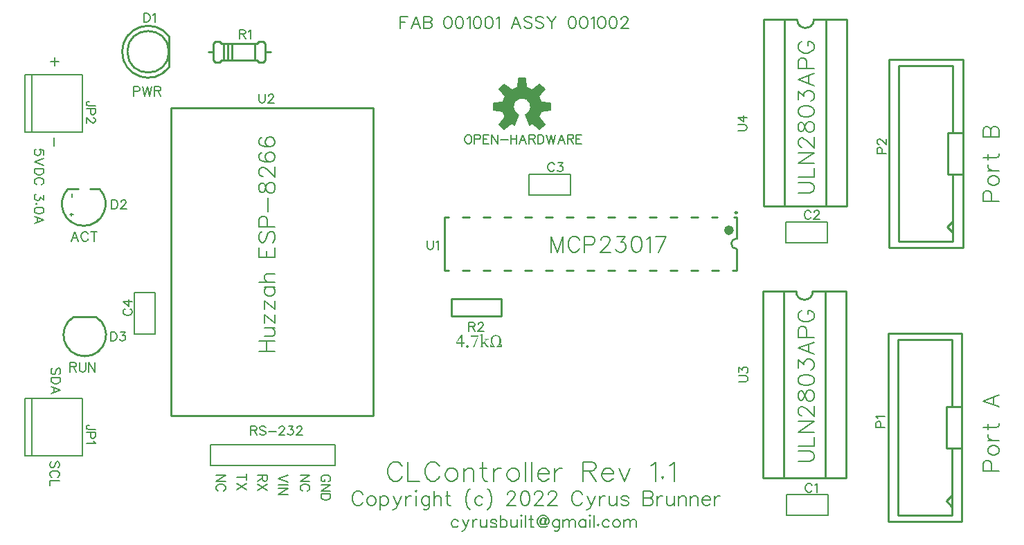
<source format=gto>
G04 Layer: TopSilkscreenLayer*
G04 EasyEDA v6.5.8, 2022-08-15 07:29:34*
G04 028e3914a6f949ed9ca799ef75e4ed4f,10*
G04 Gerber Generator version 0.2*
G04 Scale: 100 percent, Rotated: No, Reflected: No *
G04 Dimensions in millimeters *
G04 leading zeros omitted , absolute positions ,4 integer and 5 decimal *
%FSLAX45Y45*%
%MOMM*%

%ADD10C,0.1524*%
%ADD11C,0.2032*%
%ADD12C,0.1501*%
%ADD13C,0.2030*%
%ADD14C,0.2540*%
%ADD15C,0.2007*%
%ADD16C,0.6000*%
%ADD17C,0.2500*%
%ADD18C,0.0177*%

%LPD*%
G36*
X6337554Y4482592D02*
G01*
X6303264Y4473194D01*
X6303264Y4466590D01*
X6321298Y4464812D01*
X6321247Y4355592D01*
X6320790Y4327398D01*
X6303264Y4324858D01*
X6303264Y4318000D01*
X6357366Y4318000D01*
X6357366Y4324858D01*
X6339840Y4327398D01*
X6339586Y4359656D01*
X6354318Y4374642D01*
X6388862Y4318000D01*
X6419088Y4318000D01*
X6419088Y4324858D01*
X6404864Y4326890D01*
X6367272Y4387596D01*
X6392672Y4413250D01*
X6413500Y4416044D01*
X6413500Y4423410D01*
X6362192Y4423410D01*
X6362192Y4416044D01*
X6379718Y4412488D01*
X6339586Y4371086D01*
X6339586Y4449318D01*
X6340602Y4481068D01*
G37*
G36*
X6500622Y4470400D02*
G01*
X6495440Y4470196D01*
X6490360Y4469688D01*
X6485331Y4468825D01*
X6480454Y4467555D01*
X6475730Y4465980D01*
X6471158Y4464050D01*
X6466789Y4461814D01*
X6462623Y4459224D01*
X6458661Y4456277D01*
X6454952Y4453026D01*
X6451498Y4449419D01*
X6448298Y4445508D01*
X6445402Y4441240D01*
X6442862Y4436719D01*
X6440627Y4431842D01*
X6438798Y4426661D01*
X6437325Y4421124D01*
X6436207Y4415332D01*
X6435547Y4409236D01*
X6435344Y4402836D01*
X6435699Y4395673D01*
X6436817Y4388713D01*
X6438544Y4382008D01*
X6440932Y4375556D01*
X6443878Y4369358D01*
X6447383Y4363415D01*
X6451346Y4357776D01*
X6455714Y4352391D01*
X6460540Y4347311D01*
X6465671Y4342485D01*
X6471056Y4337964D01*
X6476746Y4333748D01*
X6444996Y4333748D01*
X6439662Y4355846D01*
X6428232Y4355846D01*
X6430264Y4318000D01*
X6489954Y4318000D01*
X6489954Y4331716D01*
X6484924Y4336084D01*
X6480200Y4340860D01*
X6475882Y4345940D01*
X6471920Y4351324D01*
X6468364Y4357014D01*
X6465265Y4363008D01*
X6462572Y4369206D01*
X6460286Y4375607D01*
X6458508Y4382211D01*
X6457238Y4388967D01*
X6456426Y4395825D01*
X6456172Y4402836D01*
X6456375Y4408881D01*
X6456934Y4414723D01*
X6457899Y4420362D01*
X6459169Y4425696D01*
X6460845Y4430776D01*
X6462877Y4435551D01*
X6465214Y4440021D01*
X6467906Y4444085D01*
X6470954Y4447794D01*
X6474256Y4451045D01*
X6477914Y4453940D01*
X6481876Y4456328D01*
X6486144Y4458208D01*
X6490665Y4459579D01*
X6495542Y4460443D01*
X6500622Y4460748D01*
X6505702Y4460443D01*
X6510578Y4459579D01*
X6515100Y4458208D01*
X6519367Y4456328D01*
X6523329Y4453940D01*
X6526987Y4451045D01*
X6530289Y4447794D01*
X6533337Y4444085D01*
X6536029Y4440021D01*
X6538366Y4435551D01*
X6540398Y4430776D01*
X6542074Y4425696D01*
X6543344Y4420362D01*
X6544309Y4414723D01*
X6544868Y4408881D01*
X6545072Y4402836D01*
X6544818Y4395825D01*
X6544005Y4388967D01*
X6542684Y4382211D01*
X6540855Y4375607D01*
X6538620Y4369206D01*
X6535877Y4363008D01*
X6532676Y4357014D01*
X6529120Y4351324D01*
X6525158Y4345940D01*
X6520789Y4340860D01*
X6516065Y4336084D01*
X6511035Y4331716D01*
X6511035Y4318000D01*
X6570980Y4318000D01*
X6573012Y4355846D01*
X6561328Y4355846D01*
X6556248Y4333748D01*
X6524752Y4333748D01*
X6530340Y4337964D01*
X6535724Y4342536D01*
X6540804Y4347362D01*
X6545529Y4352493D01*
X6549847Y4357928D01*
X6553758Y4363618D01*
X6557213Y4369562D01*
X6560108Y4375759D01*
X6562445Y4382211D01*
X6564223Y4388866D01*
X6565290Y4395774D01*
X6565646Y4402836D01*
X6565442Y4409236D01*
X6564731Y4415332D01*
X6563664Y4421124D01*
X6562191Y4426661D01*
X6560312Y4431842D01*
X6558076Y4436719D01*
X6555536Y4441240D01*
X6552641Y4445508D01*
X6549440Y4449419D01*
X6545986Y4453026D01*
X6542278Y4456277D01*
X6538315Y4459224D01*
X6534150Y4461814D01*
X6529781Y4464050D01*
X6525259Y4465980D01*
X6520535Y4467555D01*
X6515709Y4468825D01*
X6510781Y4469688D01*
X6505752Y4470196D01*
G37*
G36*
X6078982Y4469130D02*
G01*
X6014796Y4377436D01*
X6024372Y4377436D01*
X6073648Y4448302D01*
X6073648Y4377436D01*
X6014796Y4377436D01*
X6013196Y4375150D01*
X6013196Y4364228D01*
X6073648Y4364228D01*
X6073648Y4318000D01*
X6091428Y4318000D01*
X6091428Y4364228D01*
X6115050Y4364228D01*
X6115050Y4377436D01*
X6091428Y4377436D01*
X6091428Y4469130D01*
G37*
G36*
X6196584Y4466844D02*
G01*
X6196584Y4449572D01*
X6274816Y4449572D01*
X6215380Y4320032D01*
X6217412Y4318000D01*
X6234430Y4318000D01*
X6287008Y4455922D01*
X6287008Y4466844D01*
G37*
G36*
X6151880Y4345432D02*
G01*
X6146088Y4344212D01*
X6141313Y4340910D01*
X6138113Y4335983D01*
X6136894Y4329938D01*
X6138113Y4324299D01*
X6141313Y4319625D01*
X6146088Y4316425D01*
X6151880Y4315206D01*
X6157925Y4316425D01*
X6162751Y4319625D01*
X6165951Y4324299D01*
X6167120Y4329938D01*
X6165951Y4335983D01*
X6162751Y4340910D01*
X6157925Y4344212D01*
G37*
D10*
X6152641Y6922515D02*
G01*
X6142227Y6917436D01*
X6131813Y6907021D01*
X6126479Y6896608D01*
X6121400Y6880860D01*
X6121400Y6854952D01*
X6126479Y6839458D01*
X6131813Y6829044D01*
X6142227Y6818629D01*
X6152641Y6813550D01*
X6173470Y6813550D01*
X6183629Y6818629D01*
X6194043Y6829044D01*
X6199377Y6839458D01*
X6204458Y6854952D01*
X6204458Y6880860D01*
X6199377Y6896608D01*
X6194043Y6907021D01*
X6183629Y6917436D01*
X6173470Y6922515D01*
X6152641Y6922515D01*
X6238747Y6922515D02*
G01*
X6238747Y6813550D01*
X6238747Y6922515D02*
G01*
X6285484Y6922515D01*
X6301231Y6917436D01*
X6306311Y6912102D01*
X6311645Y6901687D01*
X6311645Y6886194D01*
X6306311Y6875779D01*
X6301231Y6870700D01*
X6285484Y6865365D01*
X6238747Y6865365D01*
X6345936Y6922515D02*
G01*
X6345936Y6813550D01*
X6345936Y6922515D02*
G01*
X6413500Y6922515D01*
X6345936Y6870700D02*
G01*
X6387338Y6870700D01*
X6345936Y6813550D02*
G01*
X6413500Y6813550D01*
X6447790Y6922515D02*
G01*
X6447790Y6813550D01*
X6447790Y6922515D02*
G01*
X6520434Y6813550D01*
X6520434Y6922515D02*
G01*
X6520434Y6813550D01*
X6554724Y6860286D02*
G01*
X6648195Y6860286D01*
X6682486Y6922515D02*
G01*
X6682486Y6813550D01*
X6755129Y6922515D02*
G01*
X6755129Y6813550D01*
X6682486Y6870700D02*
G01*
X6755129Y6870700D01*
X6831075Y6922515D02*
G01*
X6789420Y6813550D01*
X6831075Y6922515D02*
G01*
X6872731Y6813550D01*
X6805168Y6849871D02*
G01*
X6856984Y6849871D01*
X6907022Y6922515D02*
G01*
X6907022Y6813550D01*
X6907022Y6922515D02*
G01*
X6953758Y6922515D01*
X6969252Y6917436D01*
X6974586Y6912102D01*
X6979665Y6901687D01*
X6979665Y6891273D01*
X6974586Y6880860D01*
X6969252Y6875779D01*
X6953758Y6870700D01*
X6907022Y6870700D01*
X6943343Y6870700D02*
G01*
X6979665Y6813550D01*
X7013956Y6922515D02*
G01*
X7013956Y6813550D01*
X7013956Y6922515D02*
G01*
X7050277Y6922515D01*
X7066025Y6917436D01*
X7076440Y6907021D01*
X7081520Y6896608D01*
X7086600Y6880860D01*
X7086600Y6854952D01*
X7081520Y6839458D01*
X7076440Y6829044D01*
X7066025Y6818629D01*
X7050277Y6813550D01*
X7013956Y6813550D01*
X7120890Y6922515D02*
G01*
X7147052Y6813550D01*
X7172959Y6922515D02*
G01*
X7147052Y6813550D01*
X7172959Y6922515D02*
G01*
X7198868Y6813550D01*
X7225029Y6922515D02*
G01*
X7198868Y6813550D01*
X7300722Y6922515D02*
G01*
X7259320Y6813550D01*
X7300722Y6922515D02*
G01*
X7342377Y6813550D01*
X7274813Y6849871D02*
G01*
X7326629Y6849871D01*
X7376668Y6922515D02*
G01*
X7376668Y6813550D01*
X7376668Y6922515D02*
G01*
X7423404Y6922515D01*
X7438897Y6917436D01*
X7444231Y6912102D01*
X7449311Y6901687D01*
X7449311Y6891273D01*
X7444231Y6880860D01*
X7438897Y6875779D01*
X7423404Y6870700D01*
X7376668Y6870700D01*
X7412990Y6870700D02*
G01*
X7449311Y6813550D01*
X7483602Y6922515D02*
G01*
X7483602Y6813550D01*
X7483602Y6922515D02*
G01*
X7551165Y6922515D01*
X7483602Y6870700D02*
G01*
X7525258Y6870700D01*
X7483602Y6813550D02*
G01*
X7551165Y6813550D01*
D11*
X10196322Y6210300D02*
G01*
X10334752Y6210300D01*
X10362438Y6219444D01*
X10380979Y6237986D01*
X10390124Y6265671D01*
X10390124Y6284213D01*
X10380979Y6311900D01*
X10362438Y6330442D01*
X10334752Y6339586D01*
X10196322Y6339586D01*
X10196322Y6400545D02*
G01*
X10390124Y6400545D01*
X10390124Y6400545D02*
G01*
X10390124Y6511289D01*
X10196322Y6572250D02*
G01*
X10390124Y6572250D01*
X10196322Y6572250D02*
G01*
X10390124Y6701789D01*
X10196322Y6701789D02*
G01*
X10390124Y6701789D01*
X10242550Y6771894D02*
G01*
X10233152Y6771894D01*
X10214609Y6781037D01*
X10205465Y6790436D01*
X10196322Y6808723D01*
X10196322Y6845808D01*
X10205465Y6864350D01*
X10214609Y6873494D01*
X10233152Y6882637D01*
X10251693Y6882637D01*
X10270236Y6873494D01*
X10297922Y6854952D01*
X10390124Y6762750D01*
X10390124Y6892036D01*
X10196322Y6998970D02*
G01*
X10205465Y6971284D01*
X10224008Y6962139D01*
X10242550Y6962139D01*
X10260838Y6971284D01*
X10270236Y6989826D01*
X10279379Y7026910D01*
X10288524Y7054595D01*
X10307065Y7072884D01*
X10325608Y7082281D01*
X10353293Y7082281D01*
X10371836Y7072884D01*
X10380979Y7063739D01*
X10390124Y7036054D01*
X10390124Y6998970D01*
X10380979Y6971284D01*
X10371836Y6962139D01*
X10353293Y6952995D01*
X10325608Y6952995D01*
X10307065Y6962139D01*
X10288524Y6980681D01*
X10279379Y7008368D01*
X10270236Y7045197D01*
X10260838Y7063739D01*
X10242550Y7072884D01*
X10224008Y7072884D01*
X10205465Y7063739D01*
X10196322Y7036054D01*
X10196322Y6998970D01*
X10196322Y7198613D02*
G01*
X10205465Y7170928D01*
X10233152Y7152386D01*
X10279379Y7143242D01*
X10307065Y7143242D01*
X10353293Y7152386D01*
X10380979Y7170928D01*
X10390124Y7198613D01*
X10390124Y7217155D01*
X10380979Y7244842D01*
X10353293Y7263129D01*
X10307065Y7272528D01*
X10279379Y7272528D01*
X10233152Y7263129D01*
X10205465Y7244842D01*
X10196322Y7217155D01*
X10196322Y7198613D01*
X10196322Y7352029D02*
G01*
X10196322Y7453629D01*
X10270236Y7398004D01*
X10270236Y7425689D01*
X10279379Y7444231D01*
X10288524Y7453629D01*
X10316209Y7462773D01*
X10334752Y7462773D01*
X10362438Y7453629D01*
X10380979Y7435087D01*
X10390124Y7407402D01*
X10390124Y7379715D01*
X10380979Y7352029D01*
X10371836Y7342631D01*
X10353293Y7333487D01*
X10196322Y7597647D02*
G01*
X10390124Y7523734D01*
X10196322Y7597647D02*
G01*
X10390124Y7671562D01*
X10325608Y7551420D02*
G01*
X10325608Y7643876D01*
X10196322Y7732521D02*
G01*
X10390124Y7732521D01*
X10196322Y7732521D02*
G01*
X10196322Y7815579D01*
X10205465Y7843265D01*
X10214609Y7852410D01*
X10233152Y7861808D01*
X10260838Y7861808D01*
X10279379Y7852410D01*
X10288524Y7843265D01*
X10297922Y7815579D01*
X10297922Y7732521D01*
X10242550Y8061197D02*
G01*
X10224008Y8052054D01*
X10205465Y8033512D01*
X10196322Y8014970D01*
X10196322Y7978139D01*
X10205465Y7959597D01*
X10224008Y7941310D01*
X10242550Y7931912D01*
X10270236Y7922768D01*
X10316209Y7922768D01*
X10344150Y7931912D01*
X10362438Y7941310D01*
X10380979Y7959597D01*
X10390124Y7978139D01*
X10390124Y8014970D01*
X10380979Y8033512D01*
X10362438Y8052054D01*
X10344150Y8061197D01*
X10316209Y8061197D01*
X10316209Y8014970D02*
G01*
X10316209Y8061197D01*
X10196322Y2921000D02*
G01*
X10334752Y2921000D01*
X10362438Y2930144D01*
X10380979Y2948686D01*
X10390124Y2976371D01*
X10390124Y2994913D01*
X10380979Y3022600D01*
X10362438Y3041142D01*
X10334752Y3050286D01*
X10196322Y3050286D01*
X10196322Y3111245D02*
G01*
X10390124Y3111245D01*
X10390124Y3111245D02*
G01*
X10390124Y3221989D01*
X10196322Y3282950D02*
G01*
X10390124Y3282950D01*
X10196322Y3282950D02*
G01*
X10390124Y3412489D01*
X10196322Y3412489D02*
G01*
X10390124Y3412489D01*
X10242550Y3482594D02*
G01*
X10233152Y3482594D01*
X10214609Y3491737D01*
X10205465Y3501136D01*
X10196322Y3519423D01*
X10196322Y3556507D01*
X10205465Y3575050D01*
X10214609Y3584194D01*
X10233152Y3593337D01*
X10251693Y3593337D01*
X10270236Y3584194D01*
X10297922Y3565652D01*
X10390124Y3473450D01*
X10390124Y3602736D01*
X10196322Y3709670D02*
G01*
X10205465Y3681984D01*
X10224008Y3672839D01*
X10242550Y3672839D01*
X10260838Y3681984D01*
X10270236Y3700526D01*
X10279379Y3737610D01*
X10288524Y3765295D01*
X10307065Y3783584D01*
X10325608Y3792981D01*
X10353293Y3792981D01*
X10371836Y3783584D01*
X10380979Y3774439D01*
X10390124Y3746754D01*
X10390124Y3709670D01*
X10380979Y3681984D01*
X10371836Y3672839D01*
X10353293Y3663695D01*
X10325608Y3663695D01*
X10307065Y3672839D01*
X10288524Y3691381D01*
X10279379Y3719068D01*
X10270236Y3755897D01*
X10260838Y3774439D01*
X10242550Y3783584D01*
X10224008Y3783584D01*
X10205465Y3774439D01*
X10196322Y3746754D01*
X10196322Y3709670D01*
X10196322Y3909313D02*
G01*
X10205465Y3881628D01*
X10233152Y3863086D01*
X10279379Y3853942D01*
X10307065Y3853942D01*
X10353293Y3863086D01*
X10380979Y3881628D01*
X10390124Y3909313D01*
X10390124Y3927855D01*
X10380979Y3955542D01*
X10353293Y3973829D01*
X10307065Y3983228D01*
X10279379Y3983228D01*
X10233152Y3973829D01*
X10205465Y3955542D01*
X10196322Y3927855D01*
X10196322Y3909313D01*
X10196322Y4062729D02*
G01*
X10196322Y4164329D01*
X10270236Y4108704D01*
X10270236Y4136389D01*
X10279379Y4154931D01*
X10288524Y4164329D01*
X10316209Y4173473D01*
X10334752Y4173473D01*
X10362438Y4164329D01*
X10380979Y4145787D01*
X10390124Y4118102D01*
X10390124Y4090415D01*
X10380979Y4062729D01*
X10371836Y4053331D01*
X10353293Y4044187D01*
X10196322Y4308347D02*
G01*
X10390124Y4234434D01*
X10196322Y4308347D02*
G01*
X10390124Y4382262D01*
X10325608Y4262120D02*
G01*
X10325608Y4354576D01*
X10196322Y4443221D02*
G01*
X10390124Y4443221D01*
X10196322Y4443221D02*
G01*
X10196322Y4526279D01*
X10205465Y4553965D01*
X10214609Y4563110D01*
X10233152Y4572507D01*
X10260838Y4572507D01*
X10279379Y4563110D01*
X10288524Y4553965D01*
X10297922Y4526279D01*
X10297922Y4443221D01*
X10242550Y4771897D02*
G01*
X10224008Y4762754D01*
X10205465Y4744212D01*
X10196322Y4725670D01*
X10196322Y4688839D01*
X10205465Y4670297D01*
X10224008Y4652010D01*
X10242550Y4642612D01*
X10270236Y4633468D01*
X10316209Y4633468D01*
X10344150Y4642612D01*
X10362438Y4652010D01*
X10380979Y4670297D01*
X10390124Y4688839D01*
X10390124Y4725670D01*
X10380979Y4744212D01*
X10362438Y4762754D01*
X10344150Y4771897D01*
X10316209Y4771897D01*
X10316209Y4725670D02*
G01*
X10316209Y4771897D01*
X7175500Y5678678D02*
G01*
X7175500Y5484876D01*
X7175500Y5678678D02*
G01*
X7249413Y5484876D01*
X7323327Y5678678D02*
G01*
X7249413Y5484876D01*
X7323327Y5678678D02*
G01*
X7323327Y5484876D01*
X7522718Y5632450D02*
G01*
X7513574Y5650992D01*
X7495031Y5669534D01*
X7476490Y5678678D01*
X7439659Y5678678D01*
X7421118Y5669534D01*
X7402829Y5650992D01*
X7393431Y5632450D01*
X7384288Y5604763D01*
X7384288Y5558789D01*
X7393431Y5530850D01*
X7402829Y5512562D01*
X7421118Y5494020D01*
X7439659Y5484876D01*
X7476490Y5484876D01*
X7495031Y5494020D01*
X7513574Y5512562D01*
X7522718Y5530850D01*
X7583677Y5678678D02*
G01*
X7583677Y5484876D01*
X7583677Y5678678D02*
G01*
X7666990Y5678678D01*
X7694675Y5669534D01*
X7703820Y5660389D01*
X7712963Y5641847D01*
X7712963Y5614162D01*
X7703820Y5595620D01*
X7694675Y5586476D01*
X7666990Y5577078D01*
X7583677Y5577078D01*
X7783322Y5632450D02*
G01*
X7783322Y5641847D01*
X7792465Y5660389D01*
X7801609Y5669534D01*
X7820152Y5678678D01*
X7857236Y5678678D01*
X7875524Y5669534D01*
X7884922Y5660389D01*
X7894065Y5641847D01*
X7894065Y5623305D01*
X7884922Y5604763D01*
X7866379Y5577078D01*
X7773924Y5484876D01*
X7903209Y5484876D01*
X7982711Y5678678D02*
G01*
X8084311Y5678678D01*
X8028940Y5604763D01*
X8056625Y5604763D01*
X8075168Y5595620D01*
X8084311Y5586476D01*
X8093709Y5558789D01*
X8093709Y5540247D01*
X8084311Y5512562D01*
X8065770Y5494020D01*
X8038084Y5484876D01*
X8010397Y5484876D01*
X7982711Y5494020D01*
X7973568Y5503163D01*
X7964170Y5521705D01*
X8210041Y5678678D02*
G01*
X8182356Y5669534D01*
X8163813Y5641847D01*
X8154670Y5595620D01*
X8154670Y5567934D01*
X8163813Y5521705D01*
X8182356Y5494020D01*
X8210041Y5484876D01*
X8228329Y5484876D01*
X8256270Y5494020D01*
X8274558Y5521705D01*
X8283956Y5567934D01*
X8283956Y5595620D01*
X8274558Y5641847D01*
X8256270Y5669534D01*
X8228329Y5678678D01*
X8210041Y5678678D01*
X8344915Y5641847D02*
G01*
X8363204Y5650992D01*
X8390890Y5678678D01*
X8390890Y5484876D01*
X8581390Y5678678D02*
G01*
X8488934Y5484876D01*
X8451850Y5678678D02*
G01*
X8581390Y5678678D01*
X12456922Y6108700D02*
G01*
X12650724Y6108700D01*
X12456922Y6108700D02*
G01*
X12456922Y6191757D01*
X12466065Y6219444D01*
X12475209Y6228842D01*
X12493752Y6237986D01*
X12521438Y6237986D01*
X12539979Y6228842D01*
X12549124Y6219444D01*
X12558522Y6191757D01*
X12558522Y6108700D01*
X12521438Y6345173D02*
G01*
X12530836Y6326631D01*
X12549124Y6308089D01*
X12576809Y6298945D01*
X12595352Y6298945D01*
X12623038Y6308089D01*
X12641579Y6326631D01*
X12650724Y6345173D01*
X12650724Y6372860D01*
X12641579Y6391402D01*
X12623038Y6409689D01*
X12595352Y6419087D01*
X12576809Y6419087D01*
X12549124Y6409689D01*
X12530836Y6391402D01*
X12521438Y6372860D01*
X12521438Y6345173D01*
X12521438Y6480047D02*
G01*
X12650724Y6480047D01*
X12576809Y6480047D02*
G01*
X12549124Y6489192D01*
X12530836Y6507734D01*
X12521438Y6526276D01*
X12521438Y6553962D01*
X12456922Y6642608D02*
G01*
X12613893Y6642608D01*
X12641579Y6651752D01*
X12650724Y6670294D01*
X12650724Y6688836D01*
X12521438Y6614921D02*
G01*
X12521438Y6679437D01*
X12456922Y6892036D02*
G01*
X12650724Y6892036D01*
X12456922Y6892036D02*
G01*
X12456922Y6975094D01*
X12466065Y7002779D01*
X12475209Y7011923D01*
X12493752Y7021321D01*
X12512293Y7021321D01*
X12530836Y7011923D01*
X12539979Y7002779D01*
X12549124Y6975094D01*
X12549124Y6892036D02*
G01*
X12549124Y6975094D01*
X12558522Y7002779D01*
X12567665Y7011923D01*
X12586208Y7021321D01*
X12613893Y7021321D01*
X12632436Y7011923D01*
X12641579Y7002779D01*
X12650724Y6975094D01*
X12650724Y6892036D01*
X12456922Y2806700D02*
G01*
X12650724Y2806700D01*
X12456922Y2806700D02*
G01*
X12456922Y2889757D01*
X12466065Y2917444D01*
X12475209Y2926842D01*
X12493752Y2935986D01*
X12521438Y2935986D01*
X12539979Y2926842D01*
X12549124Y2917444D01*
X12558522Y2889757D01*
X12558522Y2806700D01*
X12521438Y3043173D02*
G01*
X12530836Y3024631D01*
X12549124Y3006089D01*
X12576809Y2996945D01*
X12595352Y2996945D01*
X12623038Y3006089D01*
X12641579Y3024631D01*
X12650724Y3043173D01*
X12650724Y3070860D01*
X12641579Y3089402D01*
X12623038Y3107689D01*
X12595352Y3117087D01*
X12576809Y3117087D01*
X12549124Y3107689D01*
X12530836Y3089402D01*
X12521438Y3070860D01*
X12521438Y3043173D01*
X12521438Y3178047D02*
G01*
X12650724Y3178047D01*
X12576809Y3178047D02*
G01*
X12549124Y3187192D01*
X12530836Y3205734D01*
X12521438Y3224276D01*
X12521438Y3251962D01*
X12456922Y3340607D02*
G01*
X12613893Y3340607D01*
X12641579Y3349752D01*
X12650724Y3368294D01*
X12650724Y3386836D01*
X12521438Y3312921D02*
G01*
X12521438Y3377437D01*
X12456922Y3663950D02*
G01*
X12650724Y3590036D01*
X12456922Y3663950D02*
G01*
X12650724Y3737610D01*
X12586208Y3617721D02*
G01*
X12586208Y3709923D01*
X972057Y6678168D02*
G01*
X972057Y6732778D01*
X922781Y6738365D01*
X928370Y6732778D01*
X933704Y6716521D01*
X933704Y6700012D01*
X928370Y6683755D01*
X917447Y6672834D01*
X901192Y6667245D01*
X890270Y6667245D01*
X873760Y6672834D01*
X862837Y6683755D01*
X857504Y6700012D01*
X857504Y6716521D01*
X862837Y6732778D01*
X868426Y6738365D01*
X879347Y6743700D01*
X972057Y6631431D02*
G01*
X857504Y6587744D01*
X972057Y6544055D02*
G01*
X857504Y6587744D01*
X972057Y6507987D02*
G01*
X857504Y6507987D01*
X972057Y6507987D02*
G01*
X972057Y6469887D01*
X966470Y6453631D01*
X955547Y6442710D01*
X944626Y6437121D01*
X928370Y6431787D01*
X901192Y6431787D01*
X884681Y6437121D01*
X873760Y6442710D01*
X862837Y6453631D01*
X857504Y6469887D01*
X857504Y6507987D01*
X944626Y6313931D02*
G01*
X955547Y6319265D01*
X966470Y6330187D01*
X972057Y6341110D01*
X972057Y6362954D01*
X966470Y6373876D01*
X955547Y6384797D01*
X944626Y6390131D01*
X928370Y6395720D01*
X901192Y6395720D01*
X884681Y6390131D01*
X873760Y6384797D01*
X862837Y6373876D01*
X857504Y6362954D01*
X857504Y6341110D01*
X862837Y6330187D01*
X873760Y6319265D01*
X884681Y6313931D01*
X972057Y6182868D02*
G01*
X972057Y6122923D01*
X928370Y6155689D01*
X928370Y6139434D01*
X922781Y6128512D01*
X917447Y6122923D01*
X901192Y6117589D01*
X890270Y6117589D01*
X873760Y6122923D01*
X862837Y6133845D01*
X857504Y6150355D01*
X857504Y6166612D01*
X862837Y6182868D01*
X868426Y6188455D01*
X879347Y6193789D01*
X884681Y6076187D02*
G01*
X879347Y6081521D01*
X873760Y6076187D01*
X879347Y6070600D01*
X884681Y6076187D01*
X972057Y6001765D02*
G01*
X966470Y6018276D01*
X950213Y6029197D01*
X922781Y6034531D01*
X906526Y6034531D01*
X879347Y6029197D01*
X862837Y6018276D01*
X857504Y6001765D01*
X857504Y5991097D01*
X862837Y5974587D01*
X879347Y5963665D01*
X906526Y5958331D01*
X922781Y5958331D01*
X950213Y5963665D01*
X966470Y5974587D01*
X972057Y5991097D01*
X972057Y6001765D01*
X972057Y5878576D02*
G01*
X857504Y5922263D01*
X972057Y5878576D02*
G01*
X857504Y5834887D01*
X895604Y5906007D02*
G01*
X895604Y5851397D01*
X1103121Y7864347D02*
G01*
X1103121Y7766304D01*
X1054100Y7815326D02*
G01*
X1152397Y7815326D01*
X1097026Y6883400D02*
G01*
X1097026Y6785102D01*
X2070100Y7512558D02*
G01*
X2070100Y7398004D01*
X2070100Y7512558D02*
G01*
X2119122Y7512558D01*
X2135631Y7506970D01*
X2140965Y7501636D01*
X2146554Y7490713D01*
X2146554Y7474204D01*
X2140965Y7463281D01*
X2135631Y7457947D01*
X2119122Y7452613D01*
X2070100Y7452613D01*
X2182368Y7512558D02*
G01*
X2209800Y7398004D01*
X2236977Y7512558D02*
G01*
X2209800Y7398004D01*
X2236977Y7512558D02*
G01*
X2264156Y7398004D01*
X2291588Y7512558D02*
G01*
X2264156Y7398004D01*
X2327656Y7512558D02*
G01*
X2327656Y7398004D01*
X2327656Y7512558D02*
G01*
X2376677Y7512558D01*
X2392934Y7506970D01*
X2398522Y7501636D01*
X2403856Y7490713D01*
X2403856Y7479792D01*
X2398522Y7468870D01*
X2392934Y7463281D01*
X2376677Y7457947D01*
X2327656Y7457947D01*
X2365756Y7457947D02*
G01*
X2403856Y7398004D01*
X1351787Y5734557D02*
G01*
X1308100Y5620004D01*
X1351787Y5734557D02*
G01*
X1395476Y5620004D01*
X1324355Y5658104D02*
G01*
X1378965Y5658104D01*
X1513078Y5707126D02*
G01*
X1507744Y5718047D01*
X1496821Y5728970D01*
X1485900Y5734557D01*
X1464055Y5734557D01*
X1453134Y5728970D01*
X1442212Y5718047D01*
X1436878Y5707126D01*
X1431289Y5690870D01*
X1431289Y5663692D01*
X1436878Y5647181D01*
X1442212Y5636260D01*
X1453134Y5625337D01*
X1464055Y5620004D01*
X1485900Y5620004D01*
X1496821Y5625337D01*
X1507744Y5636260D01*
X1513078Y5647181D01*
X1587245Y5734557D02*
G01*
X1587245Y5620004D01*
X1549145Y5734557D02*
G01*
X1625600Y5734557D01*
X1295400Y4134357D02*
G01*
X1295400Y4019804D01*
X1295400Y4134357D02*
G01*
X1344421Y4134357D01*
X1360931Y4128770D01*
X1366265Y4123436D01*
X1371854Y4112513D01*
X1371854Y4101592D01*
X1366265Y4090670D01*
X1360931Y4085081D01*
X1344421Y4079747D01*
X1295400Y4079747D01*
X1333500Y4079747D02*
G01*
X1371854Y4019804D01*
X1407668Y4134357D02*
G01*
X1407668Y4052570D01*
X1413255Y4036060D01*
X1424178Y4025137D01*
X1440434Y4019804D01*
X1451355Y4019804D01*
X1467865Y4025137D01*
X1478787Y4036060D01*
X1484121Y4052570D01*
X1484121Y4134357D01*
X1520189Y4134357D02*
G01*
X1520189Y4019804D01*
X1520189Y4134357D02*
G01*
X1596389Y4019804D01*
X1596389Y4134357D02*
G01*
X1596389Y4019804D01*
X1146047Y2844545D02*
G01*
X1156970Y2855468D01*
X1162557Y2871978D01*
X1162557Y2893821D01*
X1156970Y2910078D01*
X1146047Y2921000D01*
X1135126Y2921000D01*
X1124204Y2915665D01*
X1118870Y2910078D01*
X1113281Y2899155D01*
X1102613Y2866389D01*
X1097026Y2855468D01*
X1091692Y2850134D01*
X1080770Y2844545D01*
X1064260Y2844545D01*
X1053337Y2855468D01*
X1048004Y2871978D01*
X1048004Y2893821D01*
X1053337Y2910078D01*
X1064260Y2921000D01*
X1135126Y2726944D02*
G01*
X1146047Y2732278D01*
X1156970Y2743200D01*
X1162557Y2754121D01*
X1162557Y2775965D01*
X1156970Y2786887D01*
X1146047Y2797810D01*
X1135126Y2803144D01*
X1118870Y2808731D01*
X1091692Y2808731D01*
X1075181Y2803144D01*
X1064260Y2797810D01*
X1053337Y2786887D01*
X1048004Y2775965D01*
X1048004Y2754121D01*
X1053337Y2743200D01*
X1064260Y2732278D01*
X1075181Y2726944D01*
X1162557Y2690876D02*
G01*
X1048004Y2690876D01*
X1048004Y2690876D02*
G01*
X1048004Y2625344D01*
X1158747Y3987545D02*
G01*
X1169670Y3998468D01*
X1175257Y4014978D01*
X1175257Y4036821D01*
X1169670Y4053078D01*
X1158747Y4064000D01*
X1147826Y4064000D01*
X1136904Y4058665D01*
X1131570Y4053078D01*
X1125981Y4042155D01*
X1115313Y4009389D01*
X1109726Y3998468D01*
X1104392Y3993134D01*
X1093470Y3987545D01*
X1076960Y3987545D01*
X1066037Y3998468D01*
X1060704Y4014978D01*
X1060704Y4036821D01*
X1066037Y4053078D01*
X1076960Y4064000D01*
X1175257Y3951731D02*
G01*
X1060704Y3951731D01*
X1175257Y3951731D02*
G01*
X1175257Y3913378D01*
X1169670Y3897121D01*
X1158747Y3886200D01*
X1147826Y3880612D01*
X1131570Y3875278D01*
X1104392Y3875278D01*
X1087881Y3880612D01*
X1076960Y3886200D01*
X1066037Y3897121D01*
X1060704Y3913378D01*
X1060704Y3951731D01*
X1175257Y3795521D02*
G01*
X1060704Y3839210D01*
X1175257Y3795521D02*
G01*
X1060704Y3752087D01*
X1098804Y3822954D02*
G01*
X1098804Y3768344D01*
X3194558Y2755900D02*
G01*
X3080004Y2755900D01*
X3194558Y2755900D02*
G01*
X3080004Y2679445D01*
X3194558Y2679445D02*
G01*
X3080004Y2679445D01*
X3167125Y2561844D02*
G01*
X3178047Y2567178D01*
X3188970Y2578100D01*
X3194558Y2589021D01*
X3194558Y2610865D01*
X3188970Y2621787D01*
X3178047Y2632710D01*
X3167125Y2638044D01*
X3150870Y2643631D01*
X3123691Y2643631D01*
X3107181Y2638044D01*
X3096259Y2632710D01*
X3085338Y2621787D01*
X3080004Y2610865D01*
X3080004Y2589021D01*
X3085338Y2578100D01*
X3096259Y2567178D01*
X3107181Y2561844D01*
X3448558Y2730500D02*
G01*
X3334004Y2730500D01*
X3448558Y2768600D02*
G01*
X3448558Y2692145D01*
X3448558Y2656331D02*
G01*
X3334004Y2579878D01*
X3448558Y2579878D02*
G01*
X3334004Y2656331D01*
X3702558Y2755900D02*
G01*
X3588004Y2755900D01*
X3702558Y2755900D02*
G01*
X3702558Y2706878D01*
X3696970Y2690368D01*
X3691636Y2685034D01*
X3680713Y2679445D01*
X3669791Y2679445D01*
X3658870Y2685034D01*
X3653281Y2690368D01*
X3647947Y2706878D01*
X3647947Y2755900D01*
X3647947Y2717800D02*
G01*
X3588004Y2679445D01*
X3702558Y2643631D02*
G01*
X3588004Y2567178D01*
X3702558Y2567178D02*
G01*
X3588004Y2643631D01*
X3956558Y2755900D02*
G01*
X3842004Y2712212D01*
X3956558Y2668523D02*
G01*
X3842004Y2712212D01*
X3956558Y2632710D02*
G01*
X3842004Y2632710D01*
X3956558Y2596642D02*
G01*
X3842004Y2596642D01*
X3956558Y2596642D02*
G01*
X3842004Y2520187D01*
X3956558Y2520187D02*
G01*
X3842004Y2520187D01*
X4223258Y2755900D02*
G01*
X4108704Y2755900D01*
X4223258Y2755900D02*
G01*
X4108704Y2679445D01*
X4223258Y2679445D02*
G01*
X4108704Y2679445D01*
X4195825Y2561844D02*
G01*
X4206747Y2567178D01*
X4217670Y2578100D01*
X4223258Y2589021D01*
X4223258Y2610865D01*
X4217670Y2621787D01*
X4206747Y2632710D01*
X4195825Y2638044D01*
X4179570Y2643631D01*
X4152391Y2643631D01*
X4135881Y2638044D01*
X4124959Y2632710D01*
X4114038Y2621787D01*
X4108704Y2610865D01*
X4108704Y2589021D01*
X4114038Y2578100D01*
X4124959Y2567178D01*
X4135881Y2561844D01*
X4449825Y2674112D02*
G01*
X4460747Y2679445D01*
X4471670Y2690368D01*
X4477258Y2701289D01*
X4477258Y2723134D01*
X4471670Y2734055D01*
X4460747Y2744978D01*
X4449825Y2750565D01*
X4433570Y2755900D01*
X4406391Y2755900D01*
X4389881Y2750565D01*
X4378959Y2744978D01*
X4368038Y2734055D01*
X4362704Y2723134D01*
X4362704Y2701289D01*
X4368038Y2690368D01*
X4378959Y2679445D01*
X4389881Y2674112D01*
X4406391Y2674112D01*
X4406391Y2701289D02*
G01*
X4406391Y2674112D01*
X4477258Y2638044D02*
G01*
X4362704Y2638044D01*
X4477258Y2638044D02*
G01*
X4362704Y2561844D01*
X4477258Y2561844D02*
G01*
X4362704Y2561844D01*
X4477258Y2525776D02*
G01*
X4362704Y2525776D01*
X4477258Y2525776D02*
G01*
X4477258Y2487421D01*
X4471670Y2471165D01*
X4460747Y2460244D01*
X4449825Y2454910D01*
X4433570Y2449321D01*
X4406391Y2449321D01*
X4389881Y2454910D01*
X4378959Y2460244D01*
X4368038Y2471165D01*
X4362704Y2487421D01*
X4362704Y2525776D01*
X5352034Y2862579D02*
G01*
X5340604Y2885186D01*
X5317997Y2907792D01*
X5295138Y2919221D01*
X5249672Y2919221D01*
X5227065Y2907792D01*
X5204206Y2885186D01*
X5193029Y2862579D01*
X5181600Y2828289D01*
X5181600Y2771647D01*
X5193029Y2737357D01*
X5204206Y2714752D01*
X5227065Y2691892D01*
X5249672Y2680715D01*
X5295138Y2680715D01*
X5317997Y2691892D01*
X5340604Y2714752D01*
X5352034Y2737357D01*
X5426963Y2919221D02*
G01*
X5426963Y2680715D01*
X5426963Y2680715D02*
G01*
X5563361Y2680715D01*
X5808979Y2862579D02*
G01*
X5797550Y2885186D01*
X5774690Y2907792D01*
X5752084Y2919221D01*
X5706618Y2919221D01*
X5683758Y2907792D01*
X5661152Y2885186D01*
X5649722Y2862579D01*
X5638291Y2828289D01*
X5638291Y2771647D01*
X5649722Y2737357D01*
X5661152Y2714752D01*
X5683758Y2691892D01*
X5706618Y2680715D01*
X5752084Y2680715D01*
X5774690Y2691892D01*
X5797550Y2714752D01*
X5808979Y2737357D01*
X5940806Y2839720D02*
G01*
X5917945Y2828289D01*
X5895340Y2805684D01*
X5883909Y2771647D01*
X5883909Y2748787D01*
X5895340Y2714752D01*
X5917945Y2691892D01*
X5940806Y2680715D01*
X5974841Y2680715D01*
X5997447Y2691892D01*
X6020308Y2714752D01*
X6031484Y2748787D01*
X6031484Y2771647D01*
X6020308Y2805684D01*
X5997447Y2828289D01*
X5974841Y2839720D01*
X5940806Y2839720D01*
X6106668Y2839720D02*
G01*
X6106668Y2680715D01*
X6106668Y2794254D02*
G01*
X6140704Y2828289D01*
X6163309Y2839720D01*
X6197600Y2839720D01*
X6220206Y2828289D01*
X6231636Y2794254D01*
X6231636Y2680715D01*
X6340602Y2919221D02*
G01*
X6340602Y2726181D01*
X6352031Y2691892D01*
X6374891Y2680715D01*
X6397497Y2680715D01*
X6306565Y2839720D02*
G01*
X6386068Y2839720D01*
X6472427Y2839720D02*
G01*
X6472427Y2680715D01*
X6472427Y2771647D02*
G01*
X6483858Y2805684D01*
X6506718Y2828289D01*
X6529324Y2839720D01*
X6563359Y2839720D01*
X6695186Y2839720D02*
G01*
X6672579Y2828289D01*
X6649720Y2805684D01*
X6638290Y2771647D01*
X6638290Y2748787D01*
X6649720Y2714752D01*
X6672579Y2691892D01*
X6695186Y2680715D01*
X6729222Y2680715D01*
X6752081Y2691892D01*
X6774688Y2714752D01*
X6786118Y2748787D01*
X6786118Y2771647D01*
X6774688Y2805684D01*
X6752081Y2828289D01*
X6729222Y2839720D01*
X6695186Y2839720D01*
X6861047Y2919221D02*
G01*
X6861047Y2680715D01*
X6936231Y2919221D02*
G01*
X6936231Y2680715D01*
X7011161Y2771647D02*
G01*
X7147559Y2771647D01*
X7147559Y2794254D01*
X7136129Y2817113D01*
X7124700Y2828289D01*
X7102093Y2839720D01*
X7068058Y2839720D01*
X7045197Y2828289D01*
X7022591Y2805684D01*
X7011161Y2771647D01*
X7011161Y2748787D01*
X7022591Y2714752D01*
X7045197Y2691892D01*
X7068058Y2680715D01*
X7102093Y2680715D01*
X7124700Y2691892D01*
X7147559Y2714752D01*
X7222490Y2839720D02*
G01*
X7222490Y2680715D01*
X7222490Y2771647D02*
G01*
X7233920Y2805684D01*
X7256525Y2828289D01*
X7279386Y2839720D01*
X7313422Y2839720D01*
X7563358Y2919221D02*
G01*
X7563358Y2680715D01*
X7563358Y2919221D02*
G01*
X7665720Y2919221D01*
X7699756Y2907792D01*
X7711186Y2896615D01*
X7722615Y2873755D01*
X7722615Y2851150D01*
X7711186Y2828289D01*
X7699756Y2817113D01*
X7665720Y2805684D01*
X7563358Y2805684D01*
X7642859Y2805684D02*
G01*
X7722615Y2680715D01*
X7797545Y2771647D02*
G01*
X7933943Y2771647D01*
X7933943Y2794254D01*
X7922513Y2817113D01*
X7911084Y2828289D01*
X7888477Y2839720D01*
X7854441Y2839720D01*
X7831581Y2828289D01*
X7808975Y2805684D01*
X7797545Y2771647D01*
X7797545Y2748787D01*
X7808975Y2714752D01*
X7831581Y2691892D01*
X7854441Y2680715D01*
X7888477Y2680715D01*
X7911084Y2691892D01*
X7933943Y2714752D01*
X8008874Y2839720D02*
G01*
X8076945Y2680715D01*
X8145272Y2839720D02*
G01*
X8076945Y2680715D01*
X8395208Y2873755D02*
G01*
X8418068Y2885186D01*
X8452104Y2919221D01*
X8452104Y2680715D01*
X8538463Y2737357D02*
G01*
X8527034Y2726181D01*
X8538463Y2714752D01*
X8549893Y2726181D01*
X8538463Y2737357D01*
X8624824Y2873755D02*
G01*
X8647429Y2885186D01*
X8681720Y2919221D01*
X8681720Y2680715D01*
X4872481Y2515615D02*
G01*
X4864354Y2531871D01*
X4848097Y2548381D01*
X4831588Y2556510D01*
X4798822Y2556510D01*
X4782565Y2548381D01*
X4766056Y2531871D01*
X4757927Y2515615D01*
X4749800Y2490978D01*
X4749800Y2450084D01*
X4757927Y2425700D01*
X4766056Y2409189D01*
X4782565Y2392934D01*
X4798822Y2384805D01*
X4831588Y2384805D01*
X4848097Y2392934D01*
X4864354Y2409189D01*
X4872481Y2425700D01*
X4967477Y2499360D02*
G01*
X4950968Y2490978D01*
X4934711Y2474721D01*
X4926584Y2450084D01*
X4926584Y2433828D01*
X4934711Y2409189D01*
X4950968Y2392934D01*
X4967477Y2384805D01*
X4991861Y2384805D01*
X5008372Y2392934D01*
X5024627Y2409189D01*
X5033009Y2433828D01*
X5033009Y2450084D01*
X5024627Y2474721D01*
X5008372Y2490978D01*
X4991861Y2499360D01*
X4967477Y2499360D01*
X5086858Y2499360D02*
G01*
X5086858Y2327402D01*
X5086858Y2474721D02*
G01*
X5103368Y2490978D01*
X5119624Y2499360D01*
X5144261Y2499360D01*
X5160518Y2490978D01*
X5176774Y2474721D01*
X5185156Y2450084D01*
X5185156Y2433828D01*
X5176774Y2409189D01*
X5160518Y2392934D01*
X5144261Y2384805D01*
X5119624Y2384805D01*
X5103368Y2392934D01*
X5086858Y2409189D01*
X5247131Y2499360D02*
G01*
X5296408Y2384805D01*
X5345429Y2499360D02*
G01*
X5296408Y2384805D01*
X5279897Y2352039D01*
X5263641Y2335529D01*
X5247131Y2327402D01*
X5239004Y2327402D01*
X5399531Y2499360D02*
G01*
X5399531Y2384805D01*
X5399531Y2450084D02*
G01*
X5407659Y2474721D01*
X5423915Y2490978D01*
X5440425Y2499360D01*
X5464809Y2499360D01*
X5518911Y2556510D02*
G01*
X5527040Y2548381D01*
X5535168Y2556510D01*
X5527040Y2564637D01*
X5518911Y2556510D01*
X5527040Y2499360D02*
G01*
X5527040Y2384805D01*
X5687313Y2499360D02*
G01*
X5687313Y2368295D01*
X5679186Y2343912D01*
X5671058Y2335529D01*
X5654802Y2327402D01*
X5630163Y2327402D01*
X5613908Y2335529D01*
X5687313Y2474721D02*
G01*
X5671058Y2490978D01*
X5654802Y2499360D01*
X5630163Y2499360D01*
X5613908Y2490978D01*
X5597397Y2474721D01*
X5589270Y2450084D01*
X5589270Y2433828D01*
X5597397Y2409189D01*
X5613908Y2392934D01*
X5630163Y2384805D01*
X5654802Y2384805D01*
X5671058Y2392934D01*
X5687313Y2409189D01*
X5741415Y2556510D02*
G01*
X5741415Y2384805D01*
X5741415Y2466594D02*
G01*
X5766054Y2490978D01*
X5782309Y2499360D01*
X5806947Y2499360D01*
X5823204Y2490978D01*
X5831331Y2466594D01*
X5831331Y2384805D01*
X5910072Y2556510D02*
G01*
X5910072Y2417571D01*
X5918200Y2392934D01*
X5934456Y2384805D01*
X5950965Y2384805D01*
X5885434Y2499360D02*
G01*
X5942584Y2499360D01*
X6188202Y2589276D02*
G01*
X6171691Y2573020D01*
X6155436Y2548381D01*
X6139179Y2515615D01*
X6130797Y2474721D01*
X6130797Y2441955D01*
X6139179Y2401062D01*
X6155436Y2368295D01*
X6171691Y2343912D01*
X6188202Y2327402D01*
X6340347Y2474721D02*
G01*
X6324091Y2490978D01*
X6307581Y2499360D01*
X6282943Y2499360D01*
X6266688Y2490978D01*
X6250431Y2474721D01*
X6242050Y2450084D01*
X6242050Y2433828D01*
X6250431Y2409189D01*
X6266688Y2392934D01*
X6282943Y2384805D01*
X6307581Y2384805D01*
X6324091Y2392934D01*
X6340347Y2409189D01*
X6394450Y2589276D02*
G01*
X6410706Y2573020D01*
X6426961Y2548381D01*
X6443472Y2515615D01*
X6451600Y2474721D01*
X6451600Y2441955D01*
X6443472Y2401062D01*
X6426961Y2368295D01*
X6410706Y2343912D01*
X6394450Y2327402D01*
X6639813Y2515615D02*
G01*
X6639813Y2523744D01*
X6647941Y2540254D01*
X6656070Y2548381D01*
X6672579Y2556510D01*
X6705345Y2556510D01*
X6721602Y2548381D01*
X6729729Y2540254D01*
X6737858Y2523744D01*
X6737858Y2507487D01*
X6729729Y2490978D01*
X6713474Y2466594D01*
X6631686Y2384805D01*
X6746240Y2384805D01*
X6849363Y2556510D02*
G01*
X6824725Y2548381D01*
X6808215Y2523744D01*
X6800088Y2482850D01*
X6800088Y2458465D01*
X6808215Y2417571D01*
X6824725Y2392934D01*
X6849363Y2384805D01*
X6865620Y2384805D01*
X6890258Y2392934D01*
X6906513Y2417571D01*
X6914641Y2458465D01*
X6914641Y2482850D01*
X6906513Y2523744D01*
X6890258Y2548381D01*
X6865620Y2556510D01*
X6849363Y2556510D01*
X6976872Y2515615D02*
G01*
X6976872Y2523744D01*
X6985000Y2540254D01*
X6993127Y2548381D01*
X7009638Y2556510D01*
X7042404Y2556510D01*
X7058659Y2548381D01*
X7066788Y2540254D01*
X7075170Y2523744D01*
X7075170Y2507487D01*
X7066788Y2490978D01*
X7050531Y2466594D01*
X6968743Y2384805D01*
X7083297Y2384805D01*
X7145527Y2515615D02*
G01*
X7145527Y2523744D01*
X7153656Y2540254D01*
X7161784Y2548381D01*
X7178040Y2556510D01*
X7210806Y2556510D01*
X7227315Y2548381D01*
X7235443Y2540254D01*
X7243572Y2523744D01*
X7243572Y2507487D01*
X7235443Y2490978D01*
X7219188Y2466594D01*
X7137145Y2384805D01*
X7251700Y2384805D01*
X7554468Y2515615D02*
G01*
X7546340Y2531871D01*
X7530084Y2548381D01*
X7513574Y2556510D01*
X7480808Y2556510D01*
X7464552Y2548381D01*
X7448041Y2531871D01*
X7439913Y2515615D01*
X7431786Y2490978D01*
X7431786Y2450084D01*
X7439913Y2425700D01*
X7448041Y2409189D01*
X7464552Y2392934D01*
X7480808Y2384805D01*
X7513574Y2384805D01*
X7530084Y2392934D01*
X7546340Y2409189D01*
X7554468Y2425700D01*
X7616697Y2499360D02*
G01*
X7665720Y2384805D01*
X7714995Y2499360D02*
G01*
X7665720Y2384805D01*
X7649463Y2352039D01*
X7632954Y2335529D01*
X7616697Y2327402D01*
X7608570Y2327402D01*
X7768843Y2499360D02*
G01*
X7768843Y2384805D01*
X7768843Y2450084D02*
G01*
X7776972Y2474721D01*
X7793481Y2490978D01*
X7809738Y2499360D01*
X7834375Y2499360D01*
X7888224Y2499360D02*
G01*
X7888224Y2417571D01*
X7896606Y2392934D01*
X7912861Y2384805D01*
X7937500Y2384805D01*
X7953756Y2392934D01*
X7978393Y2417571D01*
X7978393Y2499360D02*
G01*
X7978393Y2384805D01*
X8122411Y2474721D02*
G01*
X8114029Y2490978D01*
X8089645Y2499360D01*
X8065008Y2499360D01*
X8040624Y2490978D01*
X8032241Y2474721D01*
X8040624Y2458465D01*
X8056879Y2450084D01*
X8097774Y2441955D01*
X8114029Y2433828D01*
X8122411Y2417571D01*
X8122411Y2409189D01*
X8114029Y2392934D01*
X8089645Y2384805D01*
X8065008Y2384805D01*
X8040624Y2392934D01*
X8032241Y2409189D01*
X8302243Y2556510D02*
G01*
X8302243Y2384805D01*
X8302243Y2556510D02*
G01*
X8375904Y2556510D01*
X8400541Y2548381D01*
X8408670Y2540254D01*
X8416797Y2523744D01*
X8416797Y2507487D01*
X8408670Y2490978D01*
X8400541Y2482850D01*
X8375904Y2474721D01*
X8302243Y2474721D02*
G01*
X8375904Y2474721D01*
X8400541Y2466594D01*
X8408670Y2458465D01*
X8416797Y2441955D01*
X8416797Y2417571D01*
X8408670Y2401062D01*
X8400541Y2392934D01*
X8375904Y2384805D01*
X8302243Y2384805D01*
X8470900Y2499360D02*
G01*
X8470900Y2384805D01*
X8470900Y2450084D02*
G01*
X8479027Y2474721D01*
X8495538Y2490978D01*
X8511793Y2499360D01*
X8536431Y2499360D01*
X8590279Y2499360D02*
G01*
X8590279Y2417571D01*
X8598408Y2392934D01*
X8614918Y2384805D01*
X8639302Y2384805D01*
X8655811Y2392934D01*
X8680450Y2417571D01*
X8680450Y2499360D02*
G01*
X8680450Y2384805D01*
X8734297Y2499360D02*
G01*
X8734297Y2384805D01*
X8734297Y2466594D02*
G01*
X8758936Y2490978D01*
X8775191Y2499360D01*
X8799829Y2499360D01*
X8816086Y2490978D01*
X8824213Y2466594D01*
X8824213Y2384805D01*
X8878315Y2499360D02*
G01*
X8878315Y2384805D01*
X8878315Y2466594D02*
G01*
X8902954Y2490978D01*
X8919209Y2499360D01*
X8943847Y2499360D01*
X8960104Y2490978D01*
X8968231Y2466594D01*
X8968231Y2384805D01*
X9022334Y2450084D02*
G01*
X9120631Y2450084D01*
X9120631Y2466594D01*
X9112250Y2482850D01*
X9104122Y2490978D01*
X9087865Y2499360D01*
X9063227Y2499360D01*
X9046972Y2490978D01*
X9030461Y2474721D01*
X9022334Y2450084D01*
X9022334Y2433828D01*
X9030461Y2409189D01*
X9046972Y2392934D01*
X9063227Y2384805D01*
X9087865Y2384805D01*
X9104122Y2392934D01*
X9120631Y2409189D01*
X9174479Y2499360D02*
G01*
X9174479Y2384805D01*
X9174479Y2450084D02*
G01*
X9182608Y2474721D01*
X9199118Y2490978D01*
X9215374Y2499360D01*
X9240011Y2499360D01*
X6038088Y2191257D02*
G01*
X6024372Y2204973D01*
X6010909Y2211831D01*
X5990336Y2211831D01*
X5976874Y2204973D01*
X5963158Y2191257D01*
X5956300Y2170937D01*
X5956300Y2157221D01*
X5963158Y2136902D01*
X5976874Y2123186D01*
X5990336Y2116328D01*
X6010909Y2116328D01*
X6024372Y2123186D01*
X6038088Y2136902D01*
X6089904Y2211831D02*
G01*
X6130797Y2116328D01*
X6171691Y2211831D02*
G01*
X6130797Y2116328D01*
X6117081Y2089150D01*
X6103620Y2075434D01*
X6089904Y2068576D01*
X6083045Y2068576D01*
X6216650Y2211831D02*
G01*
X6216650Y2116328D01*
X6216650Y2170937D02*
G01*
X6223508Y2191257D01*
X6237224Y2204973D01*
X6250940Y2211831D01*
X6271259Y2211831D01*
X6316218Y2211831D02*
G01*
X6316218Y2143760D01*
X6323075Y2123186D01*
X6336791Y2116328D01*
X6357111Y2116328D01*
X6370827Y2123186D01*
X6391402Y2143760D01*
X6391402Y2211831D02*
G01*
X6391402Y2116328D01*
X6511290Y2191257D02*
G01*
X6504431Y2204973D01*
X6484111Y2211831D01*
X6463538Y2211831D01*
X6443218Y2204973D01*
X6436359Y2191257D01*
X6443218Y2177795D01*
X6456679Y2170937D01*
X6490970Y2164079D01*
X6504431Y2157221D01*
X6511290Y2143760D01*
X6511290Y2136902D01*
X6504431Y2123186D01*
X6484111Y2116328D01*
X6463538Y2116328D01*
X6443218Y2123186D01*
X6436359Y2136902D01*
X6556247Y2259584D02*
G01*
X6556247Y2116328D01*
X6556247Y2191257D02*
G01*
X6569963Y2204973D01*
X6583679Y2211831D01*
X6604000Y2211831D01*
X6617715Y2204973D01*
X6631177Y2191257D01*
X6638036Y2170937D01*
X6638036Y2157221D01*
X6631177Y2136902D01*
X6617715Y2123186D01*
X6604000Y2116328D01*
X6583679Y2116328D01*
X6569963Y2123186D01*
X6556247Y2136902D01*
X6682993Y2211831D02*
G01*
X6682993Y2143760D01*
X6689852Y2123186D01*
X6703568Y2116328D01*
X6724141Y2116328D01*
X6737604Y2123186D01*
X6758177Y2143760D01*
X6758177Y2211831D02*
G01*
X6758177Y2116328D01*
X6803136Y2259584D02*
G01*
X6809993Y2252726D01*
X6816852Y2259584D01*
X6809993Y2266442D01*
X6803136Y2259584D01*
X6809993Y2211831D02*
G01*
X6809993Y2116328D01*
X6861809Y2259584D02*
G01*
X6861809Y2116328D01*
X6927088Y2259584D02*
G01*
X6927088Y2143760D01*
X6933945Y2123186D01*
X6947661Y2116328D01*
X6961377Y2116328D01*
X6906768Y2211831D02*
G01*
X6954520Y2211831D01*
X7108443Y2204973D02*
G01*
X7101840Y2218689D01*
X7088124Y2225547D01*
X7067550Y2225547D01*
X7054088Y2218689D01*
X7047229Y2211831D01*
X7040372Y2191257D01*
X7040372Y2170937D01*
X7047229Y2157221D01*
X7060945Y2150363D01*
X7081265Y2150363D01*
X7094981Y2157221D01*
X7101840Y2170937D01*
X7067550Y2225547D02*
G01*
X7054088Y2211831D01*
X7047229Y2191257D01*
X7047229Y2170937D01*
X7054088Y2157221D01*
X7060945Y2150363D01*
X7108443Y2225547D02*
G01*
X7101840Y2170937D01*
X7101840Y2157221D01*
X7115302Y2150363D01*
X7129018Y2150363D01*
X7142734Y2164079D01*
X7149591Y2184654D01*
X7149591Y2198115D01*
X7142734Y2218689D01*
X7135875Y2232405D01*
X7122159Y2245868D01*
X7108443Y2252726D01*
X7088124Y2259584D01*
X7067550Y2259584D01*
X7047229Y2252726D01*
X7033513Y2245868D01*
X7020052Y2232405D01*
X7013193Y2218689D01*
X7006336Y2198115D01*
X7006336Y2177795D01*
X7013193Y2157221D01*
X7020052Y2143760D01*
X7033513Y2130044D01*
X7047229Y2123186D01*
X7067550Y2116328D01*
X7088124Y2116328D01*
X7108443Y2123186D01*
X7122159Y2130044D01*
X7129018Y2136902D01*
X7115302Y2225547D02*
G01*
X7108443Y2170937D01*
X7108443Y2157221D01*
X7115302Y2150363D01*
X7276338Y2211831D02*
G01*
X7276338Y2102865D01*
X7269479Y2082292D01*
X7262622Y2075434D01*
X7248906Y2068576D01*
X7228586Y2068576D01*
X7214870Y2075434D01*
X7276338Y2191257D02*
G01*
X7262622Y2204973D01*
X7248906Y2211831D01*
X7228586Y2211831D01*
X7214870Y2204973D01*
X7201408Y2191257D01*
X7194550Y2170937D01*
X7194550Y2157221D01*
X7201408Y2136902D01*
X7214870Y2123186D01*
X7228586Y2116328D01*
X7248906Y2116328D01*
X7262622Y2123186D01*
X7276338Y2136902D01*
X7321295Y2211831D02*
G01*
X7321295Y2116328D01*
X7321295Y2184654D02*
G01*
X7341870Y2204973D01*
X7355331Y2211831D01*
X7375906Y2211831D01*
X7389368Y2204973D01*
X7396225Y2184654D01*
X7396225Y2116328D01*
X7396225Y2184654D02*
G01*
X7416800Y2204973D01*
X7430261Y2211831D01*
X7450836Y2211831D01*
X7464552Y2204973D01*
X7471409Y2184654D01*
X7471409Y2116328D01*
X7598156Y2211831D02*
G01*
X7598156Y2116328D01*
X7598156Y2191257D02*
G01*
X7584440Y2204973D01*
X7570724Y2211831D01*
X7550404Y2211831D01*
X7536688Y2204973D01*
X7523225Y2191257D01*
X7516368Y2170937D01*
X7516368Y2157221D01*
X7523225Y2136902D01*
X7536688Y2123186D01*
X7550404Y2116328D01*
X7570724Y2116328D01*
X7584440Y2123186D01*
X7598156Y2136902D01*
X7643113Y2259584D02*
G01*
X7649972Y2252726D01*
X7656829Y2259584D01*
X7649972Y2266442D01*
X7643113Y2259584D01*
X7649972Y2211831D02*
G01*
X7649972Y2116328D01*
X7701788Y2259584D02*
G01*
X7701788Y2116328D01*
X7753604Y2150363D02*
G01*
X7746745Y2143760D01*
X7753604Y2136902D01*
X7760461Y2143760D01*
X7753604Y2150363D01*
X7887208Y2191257D02*
G01*
X7873491Y2204973D01*
X7860029Y2211831D01*
X7839456Y2211831D01*
X7825740Y2204973D01*
X7812277Y2191257D01*
X7805420Y2170937D01*
X7805420Y2157221D01*
X7812277Y2136902D01*
X7825740Y2123186D01*
X7839456Y2116328D01*
X7860029Y2116328D01*
X7873491Y2123186D01*
X7887208Y2136902D01*
X7966202Y2211831D02*
G01*
X7952740Y2204973D01*
X7939024Y2191257D01*
X7932165Y2170937D01*
X7932165Y2157221D01*
X7939024Y2136902D01*
X7952740Y2123186D01*
X7966202Y2116328D01*
X7986775Y2116328D01*
X8000491Y2123186D01*
X8013954Y2136902D01*
X8020811Y2157221D01*
X8020811Y2170937D01*
X8013954Y2191257D01*
X8000491Y2204973D01*
X7986775Y2211831D01*
X7966202Y2211831D01*
X8065770Y2211831D02*
G01*
X8065770Y2116328D01*
X8065770Y2184654D02*
G01*
X8086343Y2204973D01*
X8099806Y2211831D01*
X8120379Y2211831D01*
X8134095Y2204973D01*
X8140954Y2184654D01*
X8140954Y2116328D01*
X8140954Y2184654D02*
G01*
X8161274Y2204973D01*
X8174990Y2211831D01*
X8195309Y2211831D01*
X8209025Y2204973D01*
X8215884Y2184654D01*
X8215884Y2116328D01*
X5334000Y8368284D02*
G01*
X5334000Y8225028D01*
X5334000Y8368284D02*
G01*
X5422645Y8368284D01*
X5334000Y8299958D02*
G01*
X5388609Y8299958D01*
X5522213Y8368284D02*
G01*
X5467604Y8225028D01*
X5522213Y8368284D02*
G01*
X5576824Y8225028D01*
X5488177Y8272779D02*
G01*
X5556250Y8272779D01*
X5621781Y8368284D02*
G01*
X5621781Y8225028D01*
X5621781Y8368284D02*
G01*
X5682995Y8368284D01*
X5703570Y8361426D01*
X5710427Y8354568D01*
X5717286Y8341105D01*
X5717286Y8327389D01*
X5710427Y8313673D01*
X5703570Y8306815D01*
X5682995Y8299958D01*
X5621781Y8299958D02*
G01*
X5682995Y8299958D01*
X5703570Y8293354D01*
X5710427Y8286495D01*
X5717286Y8272779D01*
X5717286Y8252460D01*
X5710427Y8238744D01*
X5703570Y8231886D01*
X5682995Y8225028D01*
X5621781Y8225028D01*
X5908040Y8368284D02*
G01*
X5887720Y8361426D01*
X5874004Y8341105D01*
X5867145Y8306815D01*
X5867145Y8286495D01*
X5874004Y8252460D01*
X5887720Y8231886D01*
X5908040Y8225028D01*
X5921756Y8225028D01*
X5942075Y8231886D01*
X5955791Y8252460D01*
X5962650Y8286495D01*
X5962650Y8306815D01*
X5955791Y8341105D01*
X5942075Y8361426D01*
X5921756Y8368284D01*
X5908040Y8368284D01*
X6048502Y8368284D02*
G01*
X6028181Y8361426D01*
X6014465Y8341105D01*
X6007608Y8306815D01*
X6007608Y8286495D01*
X6014465Y8252460D01*
X6028181Y8231886D01*
X6048502Y8225028D01*
X6062218Y8225028D01*
X6082538Y8231886D01*
X6096254Y8252460D01*
X6103111Y8286495D01*
X6103111Y8306815D01*
X6096254Y8341105D01*
X6082538Y8361426D01*
X6062218Y8368284D01*
X6048502Y8368284D01*
X6148070Y8341105D02*
G01*
X6161786Y8347710D01*
X6182106Y8368284D01*
X6182106Y8225028D01*
X6268211Y8368284D02*
G01*
X6247638Y8361426D01*
X6233922Y8341105D01*
X6227063Y8306815D01*
X6227063Y8286495D01*
X6233922Y8252460D01*
X6247638Y8231886D01*
X6268211Y8225028D01*
X6281674Y8225028D01*
X6302247Y8231886D01*
X6315709Y8252460D01*
X6322568Y8286495D01*
X6322568Y8306815D01*
X6315709Y8341105D01*
X6302247Y8361426D01*
X6281674Y8368284D01*
X6268211Y8368284D01*
X6408420Y8368284D02*
G01*
X6388100Y8361426D01*
X6374384Y8341105D01*
X6367525Y8306815D01*
X6367525Y8286495D01*
X6374384Y8252460D01*
X6388100Y8231886D01*
X6408420Y8225028D01*
X6422136Y8225028D01*
X6442709Y8231886D01*
X6456172Y8252460D01*
X6463029Y8286495D01*
X6463029Y8306815D01*
X6456172Y8341105D01*
X6442709Y8361426D01*
X6422136Y8368284D01*
X6408420Y8368284D01*
X6507988Y8341105D02*
G01*
X6521704Y8347710D01*
X6542277Y8368284D01*
X6542277Y8225028D01*
X6746747Y8368284D02*
G01*
X6692138Y8225028D01*
X6746747Y8368284D02*
G01*
X6801358Y8225028D01*
X6712711Y8272779D02*
G01*
X6780784Y8272779D01*
X6941820Y8347710D02*
G01*
X6928104Y8361426D01*
X6907529Y8368284D01*
X6880352Y8368284D01*
X6860031Y8361426D01*
X6846315Y8347710D01*
X6846315Y8334247D01*
X6853174Y8320531D01*
X6860031Y8313673D01*
X6873493Y8306815D01*
X6914388Y8293354D01*
X6928104Y8286495D01*
X6934961Y8279637D01*
X6941820Y8265921D01*
X6941820Y8245602D01*
X6928104Y8231886D01*
X6907529Y8225028D01*
X6880352Y8225028D01*
X6860031Y8231886D01*
X6846315Y8245602D01*
X7082281Y8347710D02*
G01*
X7068565Y8361426D01*
X7047991Y8368284D01*
X7020813Y8368284D01*
X7000240Y8361426D01*
X6986777Y8347710D01*
X6986777Y8334247D01*
X6993636Y8320531D01*
X7000240Y8313673D01*
X7013956Y8306815D01*
X7054850Y8293354D01*
X7068565Y8286495D01*
X7075424Y8279637D01*
X7082281Y8265921D01*
X7082281Y8245602D01*
X7068565Y8231886D01*
X7047991Y8225028D01*
X7020813Y8225028D01*
X7000240Y8231886D01*
X6986777Y8245602D01*
X7127240Y8368284D02*
G01*
X7181850Y8299958D01*
X7181850Y8225028D01*
X7236206Y8368284D02*
G01*
X7181850Y8299958D01*
X7427213Y8368284D02*
G01*
X7406640Y8361426D01*
X7393177Y8341105D01*
X7386320Y8306815D01*
X7386320Y8286495D01*
X7393177Y8252460D01*
X7406640Y8231886D01*
X7427213Y8225028D01*
X7440929Y8225028D01*
X7461250Y8231886D01*
X7474965Y8252460D01*
X7481824Y8286495D01*
X7481824Y8306815D01*
X7474965Y8341105D01*
X7461250Y8361426D01*
X7440929Y8368284D01*
X7427213Y8368284D01*
X7567675Y8368284D02*
G01*
X7547102Y8361426D01*
X7533640Y8341105D01*
X7526781Y8306815D01*
X7526781Y8286495D01*
X7533640Y8252460D01*
X7547102Y8231886D01*
X7567675Y8225028D01*
X7581391Y8225028D01*
X7601711Y8231886D01*
X7615427Y8252460D01*
X7622286Y8286495D01*
X7622286Y8306815D01*
X7615427Y8341105D01*
X7601711Y8361426D01*
X7581391Y8368284D01*
X7567675Y8368284D01*
X7667243Y8341105D02*
G01*
X7680706Y8347710D01*
X7701279Y8368284D01*
X7701279Y8225028D01*
X7787131Y8368284D02*
G01*
X7766811Y8361426D01*
X7753095Y8341105D01*
X7746238Y8306815D01*
X7746238Y8286495D01*
X7753095Y8252460D01*
X7766811Y8231886D01*
X7787131Y8225028D01*
X7800847Y8225028D01*
X7821168Y8231886D01*
X7834884Y8252460D01*
X7841741Y8286495D01*
X7841741Y8306815D01*
X7834884Y8341105D01*
X7821168Y8361426D01*
X7800847Y8368284D01*
X7787131Y8368284D01*
X7927593Y8368284D02*
G01*
X7907274Y8361426D01*
X7893558Y8341105D01*
X7886700Y8306815D01*
X7886700Y8286495D01*
X7893558Y8252460D01*
X7907274Y8231886D01*
X7927593Y8225028D01*
X7941309Y8225028D01*
X7961629Y8231886D01*
X7975345Y8252460D01*
X7982204Y8286495D01*
X7982204Y8306815D01*
X7975345Y8341105D01*
X7961629Y8361426D01*
X7941309Y8368284D01*
X7927593Y8368284D01*
X8034020Y8334247D02*
G01*
X8034020Y8341105D01*
X8040877Y8354568D01*
X8047736Y8361426D01*
X8061197Y8368284D01*
X8088629Y8368284D01*
X8102091Y8361426D01*
X8108950Y8354568D01*
X8115808Y8341105D01*
X8115808Y8327389D01*
X8108950Y8313673D01*
X8095234Y8293354D01*
X8027161Y8225028D01*
X8122665Y8225028D01*
D10*
X3505200Y3353815D02*
G01*
X3505200Y3244850D01*
X3505200Y3353815D02*
G01*
X3551936Y3353815D01*
X3567429Y3348736D01*
X3572763Y3343402D01*
X3577843Y3332987D01*
X3577843Y3322573D01*
X3572763Y3312160D01*
X3567429Y3307079D01*
X3551936Y3302000D01*
X3505200Y3302000D01*
X3541522Y3302000D02*
G01*
X3577843Y3244850D01*
X3685031Y3338321D02*
G01*
X3674618Y3348736D01*
X3658870Y3353815D01*
X3638295Y3353815D01*
X3622547Y3348736D01*
X3612134Y3338321D01*
X3612134Y3327907D01*
X3617468Y3317494D01*
X3622547Y3312160D01*
X3632961Y3307079D01*
X3664204Y3296665D01*
X3674618Y3291586D01*
X3679697Y3286252D01*
X3685031Y3275837D01*
X3685031Y3260344D01*
X3674618Y3249929D01*
X3658870Y3244850D01*
X3638295Y3244850D01*
X3622547Y3249929D01*
X3612134Y3260344D01*
X3719322Y3291586D02*
G01*
X3812793Y3291586D01*
X3852163Y3327907D02*
G01*
X3852163Y3332987D01*
X3857497Y3343402D01*
X3862577Y3348736D01*
X3872991Y3353815D01*
X3893820Y3353815D01*
X3904234Y3348736D01*
X3909313Y3343402D01*
X3914647Y3332987D01*
X3914647Y3322573D01*
X3909313Y3312160D01*
X3898900Y3296665D01*
X3847084Y3244850D01*
X3919727Y3244850D01*
X3964431Y3353815D02*
G01*
X4021581Y3353815D01*
X3990340Y3312160D01*
X4006088Y3312160D01*
X4016502Y3307079D01*
X4021581Y3302000D01*
X4026915Y3286252D01*
X4026915Y3275837D01*
X4021581Y3260344D01*
X4011168Y3249929D01*
X3995674Y3244850D01*
X3980179Y3244850D01*
X3964431Y3249929D01*
X3959352Y3255010D01*
X3954018Y3265423D01*
X4066286Y3327907D02*
G01*
X4066286Y3332987D01*
X4071620Y3343402D01*
X4076700Y3348736D01*
X4087113Y3353815D01*
X4107941Y3353815D01*
X4118356Y3348736D01*
X4123436Y3343402D01*
X4128770Y3332987D01*
X4128770Y3322573D01*
X4123436Y3312160D01*
X4113022Y3296665D01*
X4061206Y3244850D01*
X4133850Y3244850D01*
X1790700Y4509515D02*
G01*
X1790700Y4400550D01*
X1790700Y4509515D02*
G01*
X1827021Y4509515D01*
X1842770Y4504436D01*
X1852929Y4494021D01*
X1858263Y4483607D01*
X1863344Y4467860D01*
X1863344Y4441952D01*
X1858263Y4426457D01*
X1852929Y4416044D01*
X1842770Y4405629D01*
X1827021Y4400550D01*
X1790700Y4400550D01*
X1908047Y4509515D02*
G01*
X1965197Y4509515D01*
X1934209Y4467860D01*
X1949704Y4467860D01*
X1960118Y4462779D01*
X1965197Y4457700D01*
X1970531Y4441952D01*
X1970531Y4431537D01*
X1965197Y4416044D01*
X1954784Y4405629D01*
X1939290Y4400550D01*
X1923795Y4400550D01*
X1908047Y4405629D01*
X1902968Y4410710D01*
X1897634Y4421123D01*
X10364977Y2629407D02*
G01*
X10359643Y2639821D01*
X10349229Y2650236D01*
X10339070Y2655315D01*
X10318241Y2655315D01*
X10307827Y2650236D01*
X10297413Y2639821D01*
X10292079Y2629407D01*
X10287000Y2613660D01*
X10287000Y2587752D01*
X10292079Y2572257D01*
X10297413Y2561844D01*
X10307827Y2551429D01*
X10318241Y2546350D01*
X10339070Y2546350D01*
X10349229Y2551429D01*
X10359643Y2561844D01*
X10364977Y2572257D01*
X10399268Y2634487D02*
G01*
X10409681Y2639821D01*
X10425175Y2655315D01*
X10425175Y2546350D01*
X10352277Y5969507D02*
G01*
X10346943Y5979921D01*
X10336529Y5990336D01*
X10326370Y5995415D01*
X10305541Y5995415D01*
X10295127Y5990336D01*
X10284713Y5979921D01*
X10279379Y5969507D01*
X10274300Y5953760D01*
X10274300Y5927852D01*
X10279379Y5912357D01*
X10284713Y5901944D01*
X10295127Y5891529D01*
X10305541Y5886450D01*
X10326370Y5886450D01*
X10336529Y5891529D01*
X10346943Y5901944D01*
X10352277Y5912357D01*
X10391647Y5969507D02*
G01*
X10391647Y5974587D01*
X10396981Y5985002D01*
X10402061Y5990336D01*
X10412475Y5995415D01*
X10433304Y5995415D01*
X10443718Y5990336D01*
X10448797Y5985002D01*
X10454131Y5974587D01*
X10454131Y5964173D01*
X10448797Y5953760D01*
X10438384Y5938265D01*
X10386568Y5886450D01*
X10459211Y5886450D01*
X7215377Y6553708D02*
G01*
X7210043Y6564121D01*
X7199629Y6574536D01*
X7189470Y6579615D01*
X7168641Y6579615D01*
X7158227Y6574536D01*
X7147813Y6564121D01*
X7142479Y6553708D01*
X7137400Y6537960D01*
X7137400Y6512052D01*
X7142479Y6496557D01*
X7147813Y6486144D01*
X7158227Y6475729D01*
X7168641Y6470650D01*
X7189470Y6470650D01*
X7199629Y6475729D01*
X7210043Y6486144D01*
X7215377Y6496557D01*
X7260081Y6579615D02*
G01*
X7317231Y6579615D01*
X7285990Y6537960D01*
X7301484Y6537960D01*
X7311897Y6532879D01*
X7317231Y6527800D01*
X7322311Y6512052D01*
X7322311Y6501637D01*
X7317231Y6486144D01*
X7306818Y6475729D01*
X7291070Y6470650D01*
X7275575Y6470650D01*
X7260081Y6475729D01*
X7254747Y6480810D01*
X7249668Y6491223D01*
X1967991Y4789678D02*
G01*
X1957577Y4784344D01*
X1947163Y4773929D01*
X1942084Y4763770D01*
X1942084Y4742942D01*
X1947163Y4732528D01*
X1957577Y4722113D01*
X1967991Y4716779D01*
X1983740Y4711700D01*
X2009647Y4711700D01*
X2025141Y4716779D01*
X2035556Y4722113D01*
X2045970Y4732528D01*
X2051050Y4742942D01*
X2051050Y4763770D01*
X2045970Y4773929D01*
X2035556Y4784344D01*
X2025141Y4789678D01*
X1942084Y4875784D02*
G01*
X2014727Y4823968D01*
X2014727Y4901945D01*
X1942084Y4875784D02*
G01*
X2051050Y4875784D01*
X2197100Y8408415D02*
G01*
X2197100Y8299450D01*
X2197100Y8408415D02*
G01*
X2233422Y8408415D01*
X2249170Y8403336D01*
X2259329Y8392921D01*
X2264663Y8382508D01*
X2269743Y8366760D01*
X2269743Y8340852D01*
X2264663Y8325358D01*
X2259329Y8314944D01*
X2249170Y8304529D01*
X2233422Y8299450D01*
X2197100Y8299450D01*
X2304034Y8387587D02*
G01*
X2314447Y8392921D01*
X2330195Y8408415D01*
X2330195Y8299450D01*
X1803400Y6122415D02*
G01*
X1803400Y6013450D01*
X1803400Y6122415D02*
G01*
X1839721Y6122415D01*
X1855470Y6117336D01*
X1865629Y6106921D01*
X1870963Y6096507D01*
X1876044Y6080760D01*
X1876044Y6054852D01*
X1870963Y6039357D01*
X1865629Y6028944D01*
X1855470Y6018529D01*
X1839721Y6013450D01*
X1803400Y6013450D01*
X1915668Y6096507D02*
G01*
X1915668Y6101587D01*
X1920747Y6112002D01*
X1926081Y6117336D01*
X1936495Y6122415D01*
X1957070Y6122415D01*
X1967484Y6117336D01*
X1972818Y6112002D01*
X1977897Y6101587D01*
X1977897Y6091173D01*
X1972818Y6080760D01*
X1962404Y6065265D01*
X1910334Y6013450D01*
X1983231Y6013450D01*
X1289672Y5946429D02*
G01*
X1331328Y5946429D01*
X1310500Y5925601D02*
G01*
X1310500Y5967257D01*
X1315501Y6160599D02*
G01*
X1315501Y6202255D01*
X1601215Y3313429D02*
G01*
X1518157Y3313429D01*
X1502410Y3318763D01*
X1497329Y3323844D01*
X1492250Y3334257D01*
X1492250Y3344671D01*
X1497329Y3355086D01*
X1502410Y3360420D01*
X1518157Y3365500D01*
X1528571Y3365500D01*
X1601215Y3279139D02*
G01*
X1492250Y3279139D01*
X1601215Y3279139D02*
G01*
X1601215Y3232404D01*
X1596136Y3216910D01*
X1590802Y3211829D01*
X1580387Y3206495D01*
X1564894Y3206495D01*
X1554479Y3211829D01*
X1549400Y3216910D01*
X1544065Y3232404D01*
X1544065Y3279139D01*
X1580387Y3172205D02*
G01*
X1585721Y3161792D01*
X1601215Y3146297D01*
X1492250Y3146297D01*
X1601215Y7275829D02*
G01*
X1518157Y7275829D01*
X1502410Y7281163D01*
X1497329Y7286244D01*
X1492250Y7296658D01*
X1492250Y7307071D01*
X1497329Y7317486D01*
X1502410Y7322820D01*
X1518157Y7327900D01*
X1528571Y7327900D01*
X1601215Y7241539D02*
G01*
X1492250Y7241539D01*
X1601215Y7241539D02*
G01*
X1601215Y7194804D01*
X1596136Y7179310D01*
X1590802Y7174229D01*
X1580387Y7168895D01*
X1564894Y7168895D01*
X1554479Y7174229D01*
X1549400Y7179310D01*
X1544065Y7194804D01*
X1544065Y7241539D01*
X1575307Y7129526D02*
G01*
X1580387Y7129526D01*
X1590802Y7124192D01*
X1596136Y7119112D01*
X1601215Y7108697D01*
X1601215Y7087870D01*
X1596136Y7077455D01*
X1590802Y7072376D01*
X1580387Y7067042D01*
X1569973Y7067042D01*
X1559560Y7072376D01*
X1544065Y7082789D01*
X1492250Y7134605D01*
X1492250Y7061962D01*
X11149584Y3340100D02*
G01*
X11258550Y3340100D01*
X11149584Y3340100D02*
G01*
X11149584Y3386836D01*
X11154663Y3402329D01*
X11159997Y3407663D01*
X11170411Y3412744D01*
X11185906Y3412744D01*
X11196320Y3407663D01*
X11201400Y3402329D01*
X11206734Y3386836D01*
X11206734Y3340100D01*
X11170411Y3447034D02*
G01*
X11165077Y3457447D01*
X11149584Y3473195D01*
X11258550Y3473195D01*
X11162284Y6692900D02*
G01*
X11271250Y6692900D01*
X11162284Y6692900D02*
G01*
X11162284Y6739636D01*
X11167363Y6755129D01*
X11172697Y6760463D01*
X11183111Y6765544D01*
X11198606Y6765544D01*
X11209020Y6760463D01*
X11214100Y6755129D01*
X11219434Y6739636D01*
X11219434Y6692900D01*
X11188191Y6805168D02*
G01*
X11183111Y6805168D01*
X11172697Y6810247D01*
X11167363Y6815581D01*
X11162284Y6825995D01*
X11162284Y6846570D01*
X11167363Y6856984D01*
X11172697Y6862318D01*
X11183111Y6867397D01*
X11193525Y6867397D01*
X11203940Y6862318D01*
X11219434Y6851904D01*
X11271250Y6799834D01*
X11271250Y6872731D01*
X6172200Y4623815D02*
G01*
X6172200Y4514850D01*
X6172200Y4623815D02*
G01*
X6218936Y4623815D01*
X6234429Y4618736D01*
X6239763Y4613402D01*
X6244843Y4602987D01*
X6244843Y4592573D01*
X6239763Y4582160D01*
X6234429Y4577079D01*
X6218936Y4572000D01*
X6172200Y4572000D01*
X6208522Y4572000D02*
G01*
X6244843Y4514850D01*
X6284468Y4597907D02*
G01*
X6284468Y4602987D01*
X6289547Y4613402D01*
X6294881Y4618736D01*
X6305295Y4623815D01*
X6325870Y4623815D01*
X6336284Y4618736D01*
X6341618Y4613402D01*
X6346697Y4602987D01*
X6346697Y4592573D01*
X6341618Y4582160D01*
X6331204Y4566665D01*
X6279134Y4514850D01*
X6352031Y4514850D01*
X5664200Y5627115D02*
G01*
X5664200Y5549137D01*
X5669279Y5533644D01*
X5679693Y5523229D01*
X5695441Y5518150D01*
X5705856Y5518150D01*
X5721350Y5523229D01*
X5731763Y5533644D01*
X5736843Y5549137D01*
X5736843Y5627115D01*
X5771134Y5606287D02*
G01*
X5781547Y5611621D01*
X5797295Y5627115D01*
X5797295Y5518150D01*
X3606800Y7417815D02*
G01*
X3606800Y7339837D01*
X3611879Y7324344D01*
X3622293Y7313929D01*
X3638041Y7308850D01*
X3648456Y7308850D01*
X3663950Y7313929D01*
X3674363Y7324344D01*
X3679443Y7339837D01*
X3679443Y7417815D01*
X3719068Y7391908D02*
G01*
X3719068Y7396987D01*
X3724147Y7407402D01*
X3729481Y7412736D01*
X3739895Y7417815D01*
X3760470Y7417815D01*
X3770884Y7412736D01*
X3776218Y7407402D01*
X3781297Y7396987D01*
X3781297Y7386573D01*
X3776218Y7376160D01*
X3765804Y7360665D01*
X3713734Y7308850D01*
X3786631Y7308850D01*
D11*
X3605022Y4267200D02*
G01*
X3798824Y4267200D01*
X3605022Y4396486D02*
G01*
X3798824Y4396486D01*
X3697224Y4267200D02*
G01*
X3697224Y4396486D01*
X3669538Y4457445D02*
G01*
X3761993Y4457445D01*
X3789679Y4466589D01*
X3798824Y4485131D01*
X3798824Y4512818D01*
X3789679Y4531360D01*
X3761993Y4559045D01*
X3669538Y4559045D02*
G01*
X3798824Y4559045D01*
X3669538Y4721605D02*
G01*
X3798824Y4620005D01*
X3669538Y4620005D02*
G01*
X3669538Y4721605D01*
X3798824Y4620005D02*
G01*
X3798824Y4721605D01*
X3669538Y4884165D02*
G01*
X3798824Y4782565D01*
X3669538Y4782565D02*
G01*
X3669538Y4884165D01*
X3798824Y4782565D02*
G01*
X3798824Y4884165D01*
X3669538Y5055870D02*
G01*
X3798824Y5055870D01*
X3697224Y5055870D02*
G01*
X3678936Y5037581D01*
X3669538Y5019039D01*
X3669538Y4991354D01*
X3678936Y4972812D01*
X3697224Y4954270D01*
X3724909Y4945126D01*
X3743452Y4945126D01*
X3771138Y4954270D01*
X3789679Y4972812D01*
X3798824Y4991354D01*
X3798824Y5019039D01*
X3789679Y5037581D01*
X3771138Y5055870D01*
X3605022Y5116829D02*
G01*
X3798824Y5116829D01*
X3706622Y5116829D02*
G01*
X3678936Y5144770D01*
X3669538Y5163057D01*
X3669538Y5190744D01*
X3678936Y5209286D01*
X3706622Y5218429D01*
X3798824Y5218429D01*
X3605022Y5421629D02*
G01*
X3798824Y5421629D01*
X3605022Y5421629D02*
G01*
X3605022Y5541771D01*
X3697224Y5421629D02*
G01*
X3697224Y5495544D01*
X3798824Y5421629D02*
G01*
X3798824Y5541771D01*
X3632708Y5732018D02*
G01*
X3614165Y5713729D01*
X3605022Y5685789D01*
X3605022Y5648960D01*
X3614165Y5621273D01*
X3632708Y5602731D01*
X3651250Y5602731D01*
X3669538Y5612129D01*
X3678936Y5621273D01*
X3688079Y5639815D01*
X3706622Y5695187D01*
X3715765Y5713729D01*
X3724909Y5722873D01*
X3743452Y5732018D01*
X3771138Y5732018D01*
X3789679Y5713729D01*
X3798824Y5685789D01*
X3798824Y5648960D01*
X3789679Y5621273D01*
X3771138Y5602731D01*
X3605022Y5792978D02*
G01*
X3798824Y5792978D01*
X3605022Y5792978D02*
G01*
X3605022Y5876289D01*
X3614165Y5903976D01*
X3623309Y5913120D01*
X3641852Y5922263D01*
X3669538Y5922263D01*
X3688079Y5913120D01*
X3697224Y5903976D01*
X3706622Y5876289D01*
X3706622Y5792978D01*
X3715765Y5983223D02*
G01*
X3715765Y6149594D01*
X3605022Y6256781D02*
G01*
X3614165Y6229095D01*
X3632708Y6219697D01*
X3651250Y6219697D01*
X3669538Y6229095D01*
X3678936Y6247384D01*
X3688079Y6284468D01*
X3697224Y6312154D01*
X3715765Y6330695D01*
X3734308Y6339839D01*
X3761993Y6339839D01*
X3780536Y6330695D01*
X3789679Y6321297D01*
X3798824Y6293612D01*
X3798824Y6256781D01*
X3789679Y6229095D01*
X3780536Y6219697D01*
X3761993Y6210554D01*
X3734308Y6210554D01*
X3715765Y6219697D01*
X3697224Y6238239D01*
X3688079Y6265926D01*
X3678936Y6303010D01*
X3669538Y6321297D01*
X3651250Y6330695D01*
X3632708Y6330695D01*
X3614165Y6321297D01*
X3605022Y6293612D01*
X3605022Y6256781D01*
X3651250Y6409944D02*
G01*
X3641852Y6409944D01*
X3623309Y6419342D01*
X3614165Y6428486D01*
X3605022Y6447028D01*
X3605022Y6483857D01*
X3614165Y6502400D01*
X3623309Y6511544D01*
X3641852Y6520942D01*
X3660393Y6520942D01*
X3678936Y6511544D01*
X3706622Y6493255D01*
X3798824Y6400800D01*
X3798824Y6530086D01*
X3632708Y6701789D02*
G01*
X3614165Y6692645D01*
X3605022Y6664960D01*
X3605022Y6646418D01*
X3614165Y6618731D01*
X3641852Y6600189D01*
X3688079Y6591045D01*
X3734308Y6591045D01*
X3771138Y6600189D01*
X3789679Y6618731D01*
X3798824Y6646418D01*
X3798824Y6655815D01*
X3789679Y6683502D01*
X3771138Y6701789D01*
X3743452Y6711187D01*
X3734308Y6711187D01*
X3706622Y6701789D01*
X3688079Y6683502D01*
X3678936Y6655815D01*
X3678936Y6646418D01*
X3688079Y6618731D01*
X3706622Y6600189D01*
X3734308Y6591045D01*
X3632708Y6882892D02*
G01*
X3614165Y6873747D01*
X3605022Y6846062D01*
X3605022Y6827520D01*
X3614165Y6799834D01*
X3641852Y6781292D01*
X3688079Y6772147D01*
X3734308Y6772147D01*
X3771138Y6781292D01*
X3789679Y6799834D01*
X3798824Y6827520D01*
X3798824Y6836663D01*
X3789679Y6864350D01*
X3771138Y6882892D01*
X3743452Y6892289D01*
X3734308Y6892289D01*
X3706622Y6882892D01*
X3688079Y6864350D01*
X3678936Y6836663D01*
X3678936Y6827520D01*
X3688079Y6799834D01*
X3706622Y6781292D01*
X3734308Y6772147D01*
D10*
X9473184Y3898900D02*
G01*
X9551161Y3898900D01*
X9566656Y3903979D01*
X9577070Y3914394D01*
X9582150Y3930142D01*
X9582150Y3940555D01*
X9577070Y3956050D01*
X9566656Y3966463D01*
X9551161Y3971544D01*
X9473184Y3971544D01*
X9473184Y4016247D02*
G01*
X9473184Y4073397D01*
X9514840Y4042410D01*
X9514840Y4057904D01*
X9519920Y4068318D01*
X9525000Y4073397D01*
X9540747Y4078731D01*
X9551161Y4078731D01*
X9566656Y4073397D01*
X9577070Y4062984D01*
X9582150Y4047489D01*
X9582150Y4031995D01*
X9577070Y4016247D01*
X9571990Y4011168D01*
X9561575Y4005834D01*
X9460484Y6972300D02*
G01*
X9538461Y6972300D01*
X9553956Y6977379D01*
X9564370Y6987794D01*
X9569450Y7003542D01*
X9569450Y7013955D01*
X9564370Y7029450D01*
X9553956Y7039863D01*
X9538461Y7044944D01*
X9460484Y7044944D01*
X9460484Y7131304D02*
G01*
X9533127Y7079234D01*
X9533127Y7157212D01*
X9460484Y7131304D02*
G01*
X9569450Y7131304D01*
X3365500Y8205215D02*
G01*
X3365500Y8096250D01*
X3365500Y8205215D02*
G01*
X3412236Y8205215D01*
X3427729Y8200136D01*
X3433063Y8194802D01*
X3438143Y8184387D01*
X3438143Y8173973D01*
X3433063Y8163560D01*
X3427729Y8158479D01*
X3412236Y8153400D01*
X3365500Y8153400D01*
X3401822Y8153400D02*
G01*
X3438143Y8096250D01*
X3472434Y8184387D02*
G01*
X3482847Y8189721D01*
X3498595Y8205215D01*
X3498595Y8096250D01*
G36*
X6777228Y7611821D02*
G01*
X6765747Y7498892D01*
X6740245Y7491425D01*
X6715658Y7481316D01*
X6692392Y7468463D01*
X6604406Y7540193D01*
X6544106Y7479893D01*
X6615836Y7391908D01*
X6603034Y7368641D01*
X6592824Y7344054D01*
X6585458Y7318502D01*
X6472529Y7307072D01*
X6472529Y7221728D01*
X6585458Y7210298D01*
X6592824Y7184745D01*
X6603034Y7160158D01*
X6615836Y7136892D01*
X6544106Y7048906D01*
X6604406Y6988606D01*
X6692392Y7060336D01*
X6709714Y7050481D01*
X6727799Y7042099D01*
X6778040Y7163358D01*
X6766458Y7168946D01*
X6755638Y7175906D01*
X6745681Y7184085D01*
X6736740Y7193381D01*
X6728917Y7203643D01*
X6722414Y7214768D01*
X6717284Y7226553D01*
X6713575Y7238847D01*
X6711289Y7251547D01*
X6710527Y7264400D01*
X6711340Y7277862D01*
X6713829Y7291120D01*
X6717944Y7303973D01*
X6723583Y7316266D01*
X6730695Y7327696D01*
X6739128Y7338212D01*
X6748881Y7347559D01*
X6759651Y7355687D01*
X6771335Y7362393D01*
X6783781Y7367676D01*
X6796735Y7371283D01*
X6810095Y7373366D01*
X6823608Y7373721D01*
X6836968Y7372451D01*
X6850176Y7369505D01*
X6862876Y7364984D01*
X6874967Y7358938D01*
X6886143Y7351420D01*
X6896353Y7342631D01*
X6905447Y7332573D01*
X6913168Y7321550D01*
X6919518Y7309612D01*
X6924294Y7297013D01*
X6927545Y7283907D01*
X6929120Y7270546D01*
X6929018Y7257034D01*
X6927291Y7243673D01*
X6923938Y7230567D01*
X6918959Y7218070D01*
X6912508Y7206183D01*
X6904634Y7195261D01*
X6895490Y7185355D01*
X6885178Y7176668D01*
X6873900Y7169302D01*
X6861759Y7163358D01*
X6912000Y7042099D01*
X6930085Y7050481D01*
X6947408Y7060336D01*
X7035393Y6988606D01*
X7095693Y7048906D01*
X7023963Y7136892D01*
X7036765Y7160158D01*
X7046975Y7184745D01*
X7054342Y7210298D01*
X7167270Y7221728D01*
X7167270Y7307072D01*
X7054342Y7318502D01*
X7046975Y7344054D01*
X7036765Y7368641D01*
X7023963Y7391908D01*
X7095693Y7479893D01*
X7035393Y7540193D01*
X6947408Y7468463D01*
X6924141Y7481316D01*
X6899554Y7491425D01*
X6874052Y7498892D01*
X6862572Y7611821D01*
G37*
D12*
X6947408Y7060336D02*
G01*
X7035368Y6988606D01*
X7095693Y7048931D01*
X7023963Y7136892D01*
X7054367Y7210272D02*
G01*
X7167295Y7221753D01*
X7167295Y7307046D01*
X7054367Y7318527D01*
X7023963Y7391908D02*
G01*
X7095693Y7479868D01*
X7035368Y7540193D01*
X6947408Y7468463D01*
X6874027Y7498867D02*
G01*
X6862546Y7611795D01*
X6777253Y7611795D01*
X6765772Y7498867D01*
X6692391Y7468463D02*
G01*
X6604431Y7540193D01*
X6544106Y7479868D01*
X6615836Y7391908D01*
X6585432Y7318527D02*
G01*
X6472504Y7307046D01*
X6472504Y7221753D01*
X6585432Y7210272D01*
X6615836Y7136892D02*
G01*
X6544106Y7048931D01*
X6604431Y6988606D01*
X6692391Y7060336D01*
X6727799Y7042099D02*
G01*
X6778040Y7163358D01*
X6861759Y7163358D02*
G01*
X6912000Y7042099D01*
D11*
X3200400Y3124200D02*
G01*
X3009900Y3124200D01*
X3009900Y2870200D01*
X4533900Y2870200D01*
X4533900Y3124200D01*
D13*
X4533900Y3124200D02*
G01*
X3200400Y3124200D01*
D14*
X1603199Y4693396D02*
G01*
X1343200Y4693396D01*
D15*
X10566145Y2514345D02*
G01*
X10058145Y2514345D01*
X10058145Y2260345D01*
X10566145Y2260345D01*
X10566145Y2514345D01*
X10553445Y5854445D02*
G01*
X10045445Y5854445D01*
X10045445Y5600445D01*
X10553445Y5600445D01*
X10553445Y5854445D01*
X7416545Y6438645D02*
G01*
X6908545Y6438645D01*
X6908545Y6184645D01*
X7416545Y6184645D01*
X7416545Y6438645D01*
X2083054Y4990845D02*
G01*
X2083054Y4482845D01*
X2337054Y4482845D01*
X2337054Y4990845D01*
X2083054Y4990845D01*
D14*
X2501900Y7747000D02*
G01*
X2501900Y8128000D01*
X1270000Y6261100D02*
G01*
X1389379Y6261100D01*
X1651000Y6261100D02*
G01*
X1539239Y6261100D01*
D11*
X1444904Y3691305D02*
G01*
X1444904Y2991307D01*
X824890Y2991307D01*
X744905Y2991307D01*
X744905Y3691305D01*
X824890Y3691305D01*
X1444904Y3691305D01*
X824890Y2991307D02*
G01*
X824890Y3691305D01*
X1444904Y7653705D02*
G01*
X1444904Y6953707D01*
X824890Y6953707D01*
X744905Y6953707D01*
X744905Y7653705D01*
X824890Y7653705D01*
X1444904Y7653705D01*
X824890Y6953707D02*
G01*
X824890Y7653705D01*
D14*
X11297920Y2190724D02*
G01*
X11297920Y4490720D01*
X11417300Y2267077D02*
G01*
X11417300Y4417060D01*
X12074296Y4417060D01*
X11297081Y2189479D02*
G01*
X12197079Y2189479D01*
X12197079Y4489475D01*
X11299621Y4490720D02*
G01*
X12199620Y4490720D01*
X11417300Y2265679D02*
G01*
X12074296Y2265679D01*
X12194540Y3599179D02*
G01*
X12189459Y3594100D01*
X12014200Y3594100D01*
X12014200Y3086100D01*
X12192000Y3086100D01*
X12194540Y3088639D01*
X12075159Y2270760D02*
G01*
X12075159Y3086100D01*
X12077700Y4417060D02*
G01*
X12077700Y3594100D01*
X12070079Y2374900D02*
G01*
X12006579Y2438400D01*
X12075159Y2506979D01*
X12072620Y2499360D01*
X11310620Y5543524D02*
G01*
X11310620Y7843520D01*
X11430000Y5619877D02*
G01*
X11430000Y7769860D01*
X12086996Y7769860D01*
X11309781Y5542279D02*
G01*
X12209779Y5542279D01*
X12209779Y7842275D01*
X11312321Y7843520D02*
G01*
X12212320Y7843520D01*
X11430000Y5618479D02*
G01*
X12086996Y5618479D01*
X12207240Y6951979D02*
G01*
X12202159Y6946900D01*
X12026900Y6946900D01*
X12026900Y6438900D01*
X12204700Y6438900D01*
X12207240Y6441439D01*
X12087859Y5623560D02*
G01*
X12087859Y6438900D01*
X12090400Y7769860D02*
G01*
X12090400Y6946900D01*
X12082779Y5727700D02*
G01*
X12019279Y5791200D01*
X12087859Y5859779D01*
X12085320Y5852160D01*
X6565900Y4699000D02*
G01*
X5956300Y4699000D01*
X5956300Y4914900D01*
X6565900Y4914900D01*
X6565900Y4699000D01*
X9443100Y5913000D02*
G01*
X9412213Y5913000D01*
X9205986Y5913000D02*
G01*
X9141632Y5913000D01*
X8968567Y5913000D02*
G01*
X8887632Y5913000D01*
X8714567Y5913000D02*
G01*
X8633632Y5913000D01*
X8460567Y5913000D02*
G01*
X8379632Y5913000D01*
X8206567Y5913000D02*
G01*
X8125632Y5913000D01*
X7952567Y5913000D02*
G01*
X7871632Y5913000D01*
X7698567Y5913000D02*
G01*
X7617632Y5913000D01*
X7444567Y5913000D02*
G01*
X7363632Y5913000D01*
X7190600Y5913000D02*
G01*
X7143099Y5913000D01*
X5873099Y5262999D02*
G01*
X5873099Y5913000D01*
X7143099Y5262999D02*
G01*
X7190567Y5262999D01*
X7363632Y5262999D02*
G01*
X7444567Y5262999D01*
X7617632Y5262999D02*
G01*
X7698567Y5262999D01*
X7871632Y5262999D02*
G01*
X7952567Y5262999D01*
X8125632Y5262999D02*
G01*
X8206567Y5262999D01*
X8379632Y5262999D02*
G01*
X8460567Y5262999D01*
X8633632Y5262999D02*
G01*
X8714567Y5262999D01*
X8887632Y5262999D02*
G01*
X8968567Y5262999D01*
X9141632Y5262999D02*
G01*
X9222567Y5262999D01*
X9395632Y5262999D02*
G01*
X9443100Y5262999D01*
X9443100Y5262999D02*
G01*
X9443100Y5524500D01*
X9443100Y5913000D02*
G01*
X9443100Y5651500D01*
X7143099Y5262999D02*
G01*
X7109632Y5262999D01*
X6936567Y5262999D02*
G01*
X6855632Y5262999D01*
X6682567Y5262999D02*
G01*
X6601632Y5262999D01*
X6428567Y5262999D02*
G01*
X6347632Y5262999D01*
X6174567Y5262999D02*
G01*
X6093632Y5262999D01*
X5920567Y5262999D02*
G01*
X5873099Y5262999D01*
X7143099Y5913000D02*
G01*
X7109632Y5913000D01*
X6936567Y5913000D02*
G01*
X6855632Y5913000D01*
X6682567Y5913000D02*
G01*
X6601632Y5913000D01*
X6428567Y5913000D02*
G01*
X6347632Y5913000D01*
X6174567Y5913000D02*
G01*
X6093632Y5913000D01*
X5920567Y5913000D02*
G01*
X5873099Y5913000D01*
X2527300Y7251700D02*
G01*
X5003800Y7251700D01*
X5003800Y3479800D01*
X2527300Y3479800D01*
X2527300Y7251700D01*
X10782300Y2717800D02*
G01*
X10782300Y5003800D01*
X9766300Y5003800D02*
G01*
X9766300Y2717800D01*
X10782300Y2717800D02*
G01*
X10528300Y2717800D01*
X10782300Y5003800D02*
G01*
X10528300Y5003800D01*
X9766300Y5003800D02*
G01*
X10020300Y5003800D01*
X10528300Y5003800D02*
G01*
X10528300Y2717800D01*
X10528300Y5003800D02*
G01*
X10375900Y5003800D01*
X10528300Y2717800D02*
G01*
X10020300Y2717800D01*
X10020300Y5003800D02*
G01*
X10020300Y2717800D01*
X10020300Y5003800D02*
G01*
X10172700Y5003800D01*
X10020300Y2717800D02*
G01*
X9766300Y2717800D01*
X10795000Y6045200D02*
G01*
X10795000Y8331200D01*
X9779000Y8331200D02*
G01*
X9779000Y6045200D01*
X10795000Y6045200D02*
G01*
X10541000Y6045200D01*
X10795000Y8331200D02*
G01*
X10541000Y8331200D01*
X9779000Y8331200D02*
G01*
X10033000Y8331200D01*
X10541000Y8331200D02*
G01*
X10541000Y6045200D01*
X10541000Y8331200D02*
G01*
X10388600Y8331200D01*
X10541000Y6045200D02*
G01*
X10033000Y6045200D01*
X10033000Y8331200D02*
G01*
X10033000Y6045200D01*
X10033000Y8331200D02*
G01*
X10185400Y8331200D01*
X10033000Y6045200D02*
G01*
X9779000Y6045200D01*
X3175000Y8039100D02*
G01*
X3175000Y7847203D01*
X3225800Y8039100D02*
G01*
X3225800Y7843520D01*
X3276600Y8039100D02*
G01*
X3276600Y7840979D01*
X3556000Y8039100D02*
G01*
X3556000Y7835900D01*
X2984500Y7937500D02*
G01*
X3048000Y7937500D01*
X3048000Y8039100D01*
X3073400Y8064500D01*
X3124200Y8064500D01*
X3149600Y8039100D01*
X3581400Y8039100D01*
X3606800Y8064500D01*
X3657600Y8064500D01*
X3683000Y8039100D01*
X3683000Y7835900D01*
X3657600Y7810500D01*
X3606800Y7810500D01*
X3581400Y7835900D01*
X3149600Y7835900D01*
X3124200Y7810500D01*
X3073400Y7810500D01*
X3048000Y7835900D01*
X3048000Y8013700D01*
X3746500Y7937500D02*
G01*
X3683000Y7937500D01*
D12*
G75*
G01*
X6912000Y7042099D02*
G03*
X6947408Y7060336I-92094J222292D01*
G75*
G01*
X7023964Y7136892D02*
G03*
X7054367Y7210273I-204039J127528D01*
G75*
G01*
X7054367Y7318527D02*
G03*
X7023964Y7391908I-234442J-54147D01*
G75*
G01*
X6947408Y7468464D02*
G03*
X6874027Y7498867I-127528J-204039D01*
G75*
G01*
X6765773Y7498867D02*
G03*
X6692392Y7468464I54147J-234442D01*
G75*
G01*
X6615836Y7391908D02*
G03*
X6585433Y7318527I204039J-127528D01*
G75*
G01*
X6585433Y7210273D02*
G03*
X6615836Y7136892I234442J54147D01*
G75*
G01*
X6692392Y7060336D02*
G03*
X6727800Y7042099I127502J204055D01*
G75*
G01*
X6778041Y7163359D02*
G02*
X6710528Y7264400I41859J101045D01*
G75*
G01*
X6710528Y7264400D02*
G02*
X6861759Y7163359I109372J4D01*
D14*
G75*
G01*
X1335024Y4690567D02*
G03*
X1611376Y4690567I138176J-220244D01*
G75*
G01*
X2501900Y7747000D02*
G02*
X2501900Y8128000I-254000J190500D01*
G75*
G01*
X1270010Y6261090D02*
G03*
X1650990Y6261090I190490J-187046D01*
D16*
G75*
G01*
X9380220Y5753100D02*
G03*
X9380220Y5752592I-29999J-254D01*
D17*
G75*
G01*
X9451594Y5969000D02*
G03*
X9451594Y5968746I-12499J-127D01*
D14*
G75*
G01*
X9443100Y5524500D02*
G02*
X9443212Y5651500I56J63500D01*
G75*
G01*
X10375900Y5003797D02*
G02*
X10172700Y5003797I-101600J0D01*
G75*
G01*
X10388600Y8331197D02*
G02*
X10185400Y8331197I-101600J0D01*
G75*
G01
X2501900Y7937500D02*
G03X2501900Y7937500I-254000J0D01*
M02*

</source>
